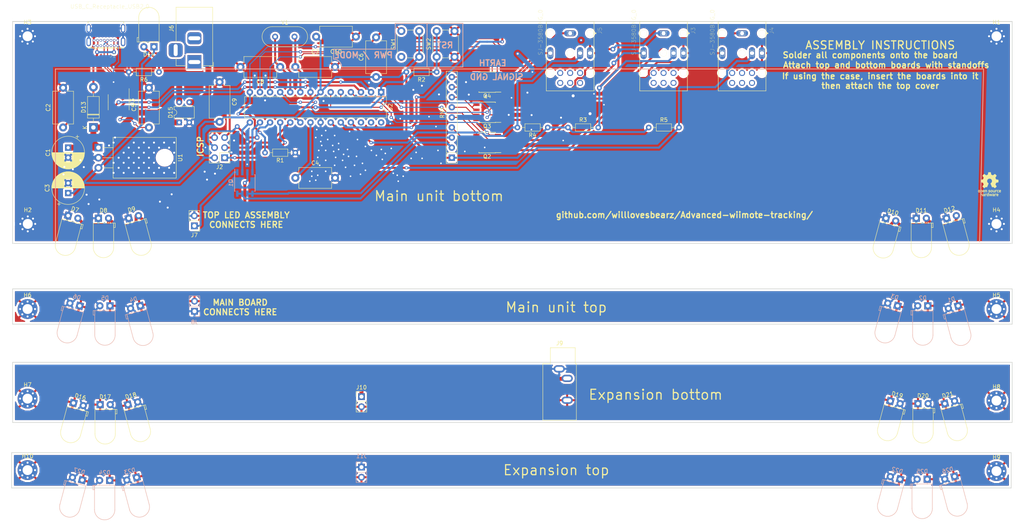
<source format=kicad_pcb>
(kicad_pcb (version 20171130) (host pcbnew 5.0.2-bee76a0~70~ubuntu18.10.1)
  (layers (0 F.Cu signal) (31 B.Cu signal) (34 B.Paste user) (35 F.Paste user) (36 B.SilkS user) (37 F.SilkS user) (38 B.Mask user) (39 F.Mask user) (44 Edge.Cuts user))
  (net 0 "")
  (net 1 +5V)
  (net 2 GND)
  (net 3 "Net-(R1-Pad2)")
  (net 4 "Net-(D14-Pad2)")
  (net 5 "Net-(C1-Pad1)")
  (net 6 "Net-(Q1-Pad5)")
  (net 7 "Net-(Q1-Pad2)")
  (net 8 BOTTOM_LEDS)
  (net 9 "Net-(Q2-Pad2)")
  (net 10 "Net-(Q2-Pad5)")
  (net 11 "Net-(Q3-Pad5)")
  (net 12 "Net-(Q3-Pad2)")
  (net 13 "Net-(Q4-Pad2)")
  (net 14 "Net-(Q4-Pad5)")
  (net 15 "Net-(J1-PadA6)")
  (net 16 "Net-(J1-PadA7)")
  (net 17 "Net-(U2-Pad2)")
  (net 18 "Net-(U2-Pad3)")
  (net 19 "Net-(C5-Pad1)")
  (net 20 "Net-(J2-Pad5)")
  (net 21 "Net-(J2-Pad4)")
  (net 22 "Net-(J2-Pad1)")
  (net 23 "Net-(J2-Pad3)")
  (net 24 "Net-(C4-Pad1)")
  (net 25 "Net-(C7-Pad1)")
  (net 26 "Net-(C8-Pad1)")
  (net 27 "Net-(U2-Pad26)")
  (net 28 "Net-(U2-Pad27)")
  (net 29 "Net-(U2-Pad28)")
  (net 30 Earth)
  (net 31 "Net-(D15-Pad4)")
  (net 32 "Net-(D15-Pad3)")
  (net 33 VBUS)
  (net 34 "Net-(J1-PadA5)")
  (net 35 "Net-(J1-PadA8)")
  (net 36 "Net-(J1-PadB5)")
  (net 37 "Net-(J1-PadB8)")
  (net 38 "Net-(Q1-Pad7)")
  (net 39 "Net-(Q2-Pad7)")
  (net 40 "Net-(Q3-Pad7)")
  (net 41 "Net-(Q4-Pad7)")
  (net 42 "Net-(Q4-Pad4)")
  (net 43 "Net-(Q3-Pad4)")
  (net 44 "Net-(Q2-Pad4)")
  (net 45 "Net-(Q1-Pad4)")
  (net 46 "Net-(U3-Pad4)")
  (net 47 "Net-(J7-Pad1)")
  (net 48 "Net-(D1-Pad1)")
  (net 49 "Net-(D1-Pad2)")
  (net 50 "Net-(J4-Pad11)")
  (net 51 "Net-(J5-Pad11)")
  (net 52 "Net-(J3-Pad11)")
  (net 53 "Net-(J5-Pad2)")
  (net 54 "Net-(J5-Pad1)")
  (net 55 "Net-(J3-Pad1)")
  (net 56 "Net-(J3-Pad2)")
  (net 57 "Net-(J4-Pad2)")
  (net 58 "Net-(J4-Pad1)")
  (net 59 "Net-(D22-Pad1)")
  (net 60 "Net-(D16-Pad1)")
  (net 61 "Net-(D16-Pad2)")
  (net 62 "Net-(D22-Pad2)")
  (net 63 "Net-(J10-Pad1)")
  (module Connector_USB:USB4085-GF-A_REVA (layer F.Cu) (at 38.7 21.1 180)
    (fp_text reference J1 (at -1.73252 -6.51541 180) (layer F.SilkS) (effects (font (size 1.00015 1.00015) (thickness 0.05))))
    (fp_text value USB_C_Receptacle_USB2.0 (at -0.99164 5.83792 180) (layer F.SilkS) (effects (font (size 1.00154 1.00154) (thickness 0.05))))
    (fp_line (start -4.625 0.735) (end -4.625 -0.065) (layer Edge.Cuts) (width 0.001))
    (fp_arc (start -4.325 0.735) (end -4.625 0.735) (angle -90) (layer Edge.Cuts) (width 0.001))
    (fp_arc (start -4.325 0.735) (end -4.325 1.035) (angle -90) (layer Edge.Cuts) (width 0.001))
    (fp_line (start -4.025 -0.065) (end -4.025 0.735) (layer Edge.Cuts) (width 0.001))
    (fp_arc (start -4.325 -0.065) (end -4.025 -0.065) (angle -90) (layer Edge.Cuts) (width 0.001))
    (fp_arc (start -4.325 -0.065) (end -4.325 -0.365) (angle -90) (layer Edge.Cuts) (width 0.001))
    (fp_line (start 4.025 0.735) (end 4.025 -0.065) (layer Edge.Cuts) (width 0.001))
    (fp_arc (start 4.325 0.735) (end 4.025 0.735) (angle -90) (layer Edge.Cuts) (width 0.001))
    (fp_arc (start 4.325 0.735) (end 4.325 1.035) (angle -90) (layer Edge.Cuts) (width 0.001))
    (fp_line (start 4.625 -0.065) (end 4.625 0.735) (layer Edge.Cuts) (width 0.001))
    (fp_arc (start 4.325 -0.065) (end 4.625 -0.065) (angle -90) (layer Edge.Cuts) (width 0.001))
    (fp_arc (start 4.325 -0.065) (end 4.325 -0.365) (angle -90) (layer Edge.Cuts) (width 0.001))
    (fp_line (start -4.625 -2.295) (end -4.625 -3.795) (layer Edge.Cuts) (width 0.001))
    (fp_arc (start -4.325 -2.295) (end -4.625 -2.295) (angle -90) (layer Edge.Cuts) (width 0.001))
    (fp_arc (start -4.325 -2.295) (end -4.325 -1.995) (angle -90) (layer Edge.Cuts) (width 0.001))
    (fp_line (start -4.025 -3.795) (end -4.025 -2.295) (layer Edge.Cuts) (width 0.001))
    (fp_arc (start -4.325 -3.795) (end -4.025 -3.795) (angle -90) (layer Edge.Cuts) (width 0.001))
    (fp_arc (start -4.325 -3.795) (end -4.325 -4.095) (angle -90) (layer Edge.Cuts) (width 0.001))
    (fp_line (start 4.025 -2.295) (end 4.025 -3.795) (layer Edge.Cuts) (width 0.001))
    (fp_arc (start 4.325 -2.295) (end 4.025 -2.295) (angle -90) (layer Edge.Cuts) (width 0.001))
    (fp_arc (start 4.325 -2.295) (end 4.325 -1.995) (angle -90) (layer Edge.Cuts) (width 0.001))
    (fp_line (start 4.625 -3.795) (end 4.625 -2.295) (layer Edge.Cuts) (width 0.001))
    (fp_arc (start 4.325 -3.795) (end 4.625 -3.795) (angle -90) (layer Edge.Cuts) (width 0.001))
    (fp_arc (start 4.325 -3.795) (end 4.325 -4.095) (angle -90) (layer Edge.Cuts) (width 0.001))
    (pad P4 thru_hole oval (at -4.325 0.335 270) (size 2.216 1.108) (drill oval 1.6 0.6) (layers *.Cu *.Mask) (net 30 Earth))
    (pad P3 thru_hole oval (at 4.325 0.335 270) (size 2.216 1.108) (drill oval 1.6 0.6) (layers *.Cu *.Mask) (net 30 Earth))
    (pad P2 thru_hole oval (at 4.325 -3.045 270) (size 2.216 1.108) (drill oval 1.6 0.6) (layers *.Cu *.Mask) (net 30 Earth) (clearance 0.1))
    (pad P1 thru_hole oval (at -4.325 -3.045 270) (size 2.216 1.108) (drill oval 1.6 0.6) (layers *.Cu *.Mask) (net 30 Earth))
    (pad B12 thru_hole circle (at -2.975 -2.675) (size 0.65 0.65) (drill 0.4) (layers *.Cu *.Mask) (net 2 GND))
    (pad B9 thru_hole circle (at -2.125 -2.675) (size 0.65 0.65) (drill 0.4) (layers *.Cu *.Mask) (net 33 VBUS))
    (pad B8 thru_hole circle (at -1.275 -2.675) (size 0.65 0.65) (drill 0.4) (layers *.Cu *.Mask) (net 37 "Net-(J1-PadB8)"))
    (pad B7 thru_hole circle (at -0.425 -2.675) (size 0.65 0.65) (drill 0.4) (layers *.Cu *.Mask) (net 16 "Net-(J1-PadA7)"))
    (pad B6 thru_hole circle (at 0.425 -2.675) (size 0.65 0.65) (drill 0.4) (layers *.Cu *.Mask) (net 15 "Net-(J1-PadA6)"))
    (pad B5 thru_hole circle (at 1.275 -2.675) (size 0.65 0.65) (drill 0.4) (layers *.Cu *.Mask) (net 36 "Net-(J1-PadB5)"))
    (pad B4 thru_hole circle (at 2.125 -2.675) (size 0.65 0.65) (drill 0.4) (layers *.Cu *.Mask) (net 33 VBUS))
    (pad B1 thru_hole circle (at 2.975 -2.675) (size 0.65 0.65) (drill 0.4) (layers *.Cu *.Mask) (net 2 GND))
    (pad A12 thru_hole circle (at 2.975 -4.025 180) (size 0.65 0.65) (drill 0.4) (layers *.Cu *.Mask) (net 2 GND))
    (pad A9 thru_hole circle (at 2.125 -4.025 180) (size 0.65 0.65) (drill 0.4) (layers *.Cu *.Mask) (net 33 VBUS))
    (pad A8 thru_hole circle (at 1.275 -4.025 180) (size 0.65 0.65) (drill 0.4) (layers *.Cu *.Mask) (net 35 "Net-(J1-PadA8)"))
    (pad A7 thru_hole circle (at 0.425 -4.025 180) (size 0.65 0.65) (drill 0.4) (layers *.Cu *.Mask) (net 16 "Net-(J1-PadA7)"))
    (pad A6 thru_hole circle (at -0.425 -4.025 180) (size 0.65 0.65) (drill 0.4) (layers *.Cu *.Mask) (net 15 "Net-(J1-PadA6)"))
    (pad A5 thru_hole circle (at -1.275 -4.025 180) (size 0.65 0.65) (drill 0.4) (layers *.Cu *.Mask) (net 34 "Net-(J1-PadA5)"))
    (pad A4 thru_hole circle (at -2.125 -4.025 180) (size 0.65 0.65) (drill 0.4) (layers *.Cu *.Mask) (net 33 VBUS))
    (pad A1 thru_hole circle (at -2.975 -4.025 180) (size 0.65 0.65) (drill 0.4) (layers *.Cu *.Mask) (net 2 GND))
  )
  (module Connector_Audio:SJ-3580BNG (layer F.Cu) (at 198.75 27 270)
    (fp_text reference J4 (at -5.67123 -7.44976 270) (layer F.SilkS) (effects (font (size 1.00198 1.00198) (thickness 0.05))))
    (fp_text value SJ-3580BNG_0 (at -5.22806 7.46936 270) (layer F.SilkS) (effects (font (size 1.00058 1.00058) (thickness 0.05))))
    (fp_line (start -0.75 4.5) (end 0.75 4.5) (layer Edge.Cuts) (width 0.1))
    (fp_line (start -0.75 5.5) (end -0.75 4.5) (layer Edge.Cuts) (width 0.1))
    (fp_line (start 0.75 5.5) (end -0.75 5.5) (layer Edge.Cuts) (width 0.1))
    (fp_line (start 0.75 4.5) (end 0.75 5.5) (layer Edge.Cuts) (width 0.1))
    (fp_line (start -5.5 0.75) (end -5.5 -0.75) (layer Edge.Cuts) (width 0.1))
    (fp_line (start -4.5 0.75) (end -5.5 0.75) (layer Edge.Cuts) (width 0.1))
    (fp_line (start -4.5 -0.75) (end -4.5 0.75) (layer Edge.Cuts) (width 0.1))
    (fp_line (start -5.5 -0.75) (end -4.5 -0.75) (layer Edge.Cuts) (width 0.1))
    (fp_line (start -0.75 -3) (end 0.75 -3) (layer Edge.Cuts) (width 0.1))
    (fp_line (start -0.75 -2) (end -0.75 -3) (layer Edge.Cuts) (width 0.1))
    (fp_line (start 0.75 -2) (end -0.75 -2) (layer Edge.Cuts) (width 0.1))
    (fp_line (start 0.75 -3) (end 0.75 -2) (layer Edge.Cuts) (width 0.1))
    (fp_line (start -0.75 -5.5) (end 0.75 -5.5) (layer Edge.Cuts) (width 0.1))
    (fp_line (start -0.75 -4.5) (end -0.75 -5.5) (layer Edge.Cuts) (width 0.1))
    (fp_line (start 0.75 -4.5) (end -0.75 -4.5) (layer Edge.Cuts) (width 0.1))
    (fp_line (start 0.75 -5.5) (end 0.75 -4.5) (layer Edge.Cuts) (width 0.1))
    (pad 9 thru_hole circle (at 7.5 2.5 270) (size 1.508 1.508) (drill 1) (layers *.Cu *.Mask))
    (pad 8 thru_hole circle (at 7.5 0 270) (size 1.508 1.508) (drill 1) (layers *.Cu *.Mask))
    (pad 7 thru_hole circle (at 7.5 -2.5 270) (size 1.508 1.508) (drill 1) (layers *.Cu *.Mask))
    (pad Hole np_thru_hole circle (at -5 5 270) (size 1.6 1.6) (drill 1.6) (layers *.Cu *.Mask F.SilkS))
    (pad Hole np_thru_hole circle (at -5 -5 270) (size 1.6 1.6) (drill 1.6) (layers *.Cu *.Mask F.SilkS))
    (pad Hole np_thru_hole circle (at 0 0 270) (size 1.6 1.6) (drill 1.6) (layers *.Cu *.Mask F.SilkS))
    (pad Hole np_thru_hole circle (at 5 5 270) (size 1.6 1.6) (drill 1.6) (layers *.Cu *.Mask F.SilkS))
    (pad Hole np_thru_hole circle (at 5 -5 270) (size 1.6 1.6) (drill 1.6) (layers *.Cu *.Mask F.SilkS))
    (pad 1 thru_hole oval (at -5 0) (size 3.016 1.508) (drill 1) (layers *.Cu *.Mask) (net 58 "Net-(J4-Pad1)"))
    (pad 4 thru_hole circle (at 5 -2.5 270) (size 1.508 1.508) (drill 1) (layers *.Cu *.Mask))
    (pad 5 thru_hole circle (at 5 0 270) (size 1.508 1.508) (drill 1) (layers *.Cu *.Mask))
    (pad 6 thru_hole circle (at 5 2.5 270) (size 1.508 1.508) (drill 1) (layers *.Cu *.Mask))
    (pad 2 thru_hole oval (at 0 5 270) (size 3.016 1.508) (drill 1) (layers *.Cu *.Mask) (net 57 "Net-(J4-Pad2)"))
    (pad 3 thru_hole oval (at 0 -5 270) (size 3.016 1.508) (drill 1) (layers *.Cu *.Mask) (net 2 GND))
    (pad 11 thru_hole oval (at 0 -2.5 270) (size 3.016 1.508) (drill 1) (layers *.Cu *.Mask) (net 50 "Net-(J4-Pad11)"))
  )
  (module Connector_Audio:SJ-3580BNG (layer F.Cu) (at 155.5 27 270)
    (fp_text reference J5 (at -5.67123 -7.44976 270) (layer F.SilkS) (effects (font (size 1.00198 1.00198) (thickness 0.05))))
    (fp_text value SJ-3580BNG_0 (at -5.22806 7.46936 270) (layer F.SilkS) (effects (font (size 1.00058 1.00058) (thickness 0.05))))
    (fp_line (start -0.75 4.5) (end 0.75 4.5) (layer Edge.Cuts) (width 0.1))
    (fp_line (start -0.75 5.5) (end -0.75 4.5) (layer Edge.Cuts) (width 0.1))
    (fp_line (start 0.75 5.5) (end -0.75 5.5) (layer Edge.Cuts) (width 0.1))
    (fp_line (start 0.75 4.5) (end 0.75 5.5) (layer Edge.Cuts) (width 0.1))
    (fp_line (start -5.5 0.75) (end -5.5 -0.75) (layer Edge.Cuts) (width 0.1))
    (fp_line (start -4.5 0.75) (end -5.5 0.75) (layer Edge.Cuts) (width 0.1))
    (fp_line (start -4.5 -0.75) (end -4.5 0.75) (layer Edge.Cuts) (width 0.1))
    (fp_line (start -5.5 -0.75) (end -4.5 -0.75) (layer Edge.Cuts) (width 0.1))
    (fp_line (start -0.75 -3) (end 0.75 -3) (layer Edge.Cuts) (width 0.1))
    (fp_line (start -0.75 -2) (end -0.75 -3) (layer Edge.Cuts) (width 0.1))
    (fp_line (start 0.75 -2) (end -0.75 -2) (layer Edge.Cuts) (width 0.1))
    (fp_line (start 0.75 -3) (end 0.75 -2) (layer Edge.Cuts) (width 0.1))
    (fp_line (start -0.75 -5.5) (end 0.75 -5.5) (layer Edge.Cuts) (width 0.1))
    (fp_line (start -0.75 -4.5) (end -0.75 -5.5) (layer Edge.Cuts) (width 0.1))
    (fp_line (start 0.75 -4.5) (end -0.75 -4.5) (layer Edge.Cuts) (width 0.1))
    (fp_line (start 0.75 -5.5) (end 0.75 -4.5) (layer Edge.Cuts) (width 0.1))
    (pad 9 thru_hole circle (at 7.5 2.5 270) (size 1.508 1.508) (drill 1) (layers *.Cu *.Mask))
    (pad 8 thru_hole circle (at 7.5 0 270) (size 1.508 1.508) (drill 1) (layers *.Cu *.Mask))
    (pad 7 thru_hole circle (at 7.5 -2.5 270) (size 1.508 1.508) (drill 1) (layers *.Cu *.Mask))
    (pad Hole np_thru_hole circle (at -5 5 270) (size 1.6 1.6) (drill 1.6) (layers *.Cu *.Mask F.SilkS))
    (pad Hole np_thru_hole circle (at -5 -5 270) (size 1.6 1.6) (drill 1.6) (layers *.Cu *.Mask F.SilkS))
    (pad Hole np_thru_hole circle (at 0 0 270) (size 1.6 1.6) (drill 1.6) (layers *.Cu *.Mask F.SilkS))
    (pad Hole np_thru_hole circle (at 5 5 270) (size 1.6 1.6) (drill 1.6) (layers *.Cu *.Mask F.SilkS))
    (pad Hole np_thru_hole circle (at 5 -5 270) (size 1.6 1.6) (drill 1.6) (layers *.Cu *.Mask F.SilkS))
    (pad 1 thru_hole oval (at -5 0) (size 3.016 1.508) (drill 1) (layers *.Cu *.Mask) (net 54 "Net-(J5-Pad1)"))
    (pad 4 thru_hole circle (at 5 -2.5 270) (size 1.508 1.508) (drill 1) (layers *.Cu *.Mask))
    (pad 5 thru_hole circle (at 5 0 270) (size 1.508 1.508) (drill 1) (layers *.Cu *.Mask))
    (pad 6 thru_hole circle (at 5 2.5 270) (size 1.508 1.508) (drill 1) (layers *.Cu *.Mask))
    (pad 2 thru_hole oval (at 0 5 270) (size 3.016 1.508) (drill 1) (layers *.Cu *.Mask) (net 53 "Net-(J5-Pad2)"))
    (pad 3 thru_hole oval (at 0 -5 270) (size 3.016 1.508) (drill 1) (layers *.Cu *.Mask) (net 2 GND))
    (pad 11 thru_hole oval (at 0 -2.5 270) (size 3.016 1.508) (drill 1) (layers *.Cu *.Mask) (net 51 "Net-(J5-Pad11)"))
  )
  (module Connector_Audio:SJ-3580BNG (layer F.Cu) (at 179 27 270)
    (fp_text reference J3 (at -5.67123 -7.44976 270) (layer F.SilkS) (effects (font (size 1.00198 1.00198) (thickness 0.05))))
    (fp_text value SJ-3580BNG_0 (at -5.22806 7.46936 270) (layer F.SilkS) (effects (font (size 1.00058 1.00058) (thickness 0.05))))
    (fp_line (start -0.75 4.5) (end 0.75 4.5) (layer Edge.Cuts) (width 0.1))
    (fp_line (start -0.75 5.5) (end -0.75 4.5) (layer Edge.Cuts) (width 0.1))
    (fp_line (start 0.75 5.5) (end -0.75 5.5) (layer Edge.Cuts) (width 0.1))
    (fp_line (start 0.75 4.5) (end 0.75 5.5) (layer Edge.Cuts) (width 0.1))
    (fp_line (start -5.5 0.75) (end -5.5 -0.75) (layer Edge.Cuts) (width 0.1))
    (fp_line (start -4.5 0.75) (end -5.5 0.75) (layer Edge.Cuts) (width 0.1))
    (fp_line (start -4.5 -0.75) (end -4.5 0.75) (layer Edge.Cuts) (width 0.1))
    (fp_line (start -5.5 -0.75) (end -4.5 -0.75) (layer Edge.Cuts) (width 0.1))
    (fp_line (start -0.75 -3) (end 0.75 -3) (layer Edge.Cuts) (width 0.1))
    (fp_line (start -0.75 -2) (end -0.75 -3) (layer Edge.Cuts) (width 0.1))
    (fp_line (start 0.75 -2) (end -0.75 -2) (layer Edge.Cuts) (width 0.1))
    (fp_line (start 0.75 -3) (end 0.75 -2) (layer Edge.Cuts) (width 0.1))
    (fp_line (start -0.75 -5.5) (end 0.75 -5.5) (layer Edge.Cuts) (width 0.1))
    (fp_line (start -0.75 -4.5) (end -0.75 -5.5) (layer Edge.Cuts) (width 0.1))
    (fp_line (start 0.75 -4.5) (end -0.75 -4.5) (layer Edge.Cuts) (width 0.1))
    (fp_line (start 0.75 -5.5) (end 0.75 -4.5) (layer Edge.Cuts) (width 0.1))
    (pad 9 thru_hole circle (at 7.5 2.5 270) (size 1.508 1.508) (drill 1) (layers *.Cu *.Mask))
    (pad 8 thru_hole circle (at 7.5 0 270) (size 1.508 1.508) (drill 1) (layers *.Cu *.Mask))
    (pad 7 thru_hole circle (at 7.5 -2.5 270) (size 1.508 1.508) (drill 1) (layers *.Cu *.Mask))
    (pad Hole np_thru_hole circle (at -5 5 270) (size 1.6 1.6) (drill 1.6) (layers *.Cu *.Mask F.SilkS))
    (pad Hole np_thru_hole circle (at -5 -5 270) (size 1.6 1.6) (drill 1.6) (layers *.Cu *.Mask F.SilkS))
    (pad Hole np_thru_hole circle (at 0 0 270) (size 1.6 1.6) (drill 1.6) (layers *.Cu *.Mask F.SilkS))
    (pad Hole np_thru_hole circle (at 5 5 270) (size 1.6 1.6) (drill 1.6) (layers *.Cu *.Mask F.SilkS))
    (pad Hole np_thru_hole circle (at 5 -5 270) (size 1.6 1.6) (drill 1.6) (layers *.Cu *.Mask F.SilkS))
    (pad 1 thru_hole oval (at -5 0) (size 3.016 1.508) (drill 1) (layers *.Cu *.Mask) (net 55 "Net-(J3-Pad1)"))
    (pad 4 thru_hole circle (at 5 -2.5 270) (size 1.508 1.508) (drill 1) (layers *.Cu *.Mask))
    (pad 5 thru_hole circle (at 5 0 270) (size 1.508 1.508) (drill 1) (layers *.Cu *.Mask))
    (pad 6 thru_hole circle (at 5 2.5 270) (size 1.508 1.508) (drill 1) (layers *.Cu *.Mask))
    (pad 2 thru_hole oval (at 0 5 270) (size 3.016 1.508) (drill 1) (layers *.Cu *.Mask) (net 56 "Net-(J3-Pad2)"))
    (pad 3 thru_hole oval (at 0 -5 270) (size 3.016 1.508) (drill 1) (layers *.Cu *.Mask) (net 2 GND))
    (pad 11 thru_hole oval (at 0 -2.5 270) (size 3.016 1.508) (drill 1) (layers *.Cu *.Mask) (net 52 "Net-(J3-Pad11)"))
  )
  (module Symbol:OSHW-Logo_5.7x6mm_SilkScreen (layer F.Cu) (at 261 60)
    (fp_text reference LOGO1 hide)
    (fp_text value Logo_Open_Hardware_Large hide)
  )
  (module Connector_Audio:Jack_3.5mm_CUI_SJ1-3533NG_Horizontal (layer F.Cu) (at 152.75 106.5)
    (fp_text reference J9 (at 0.1 -6.45) (layer F.SilkS))
    (fp_text value AudioJack3)
    (pad S thru_hole oval (at 0 0) (size 2.8 1.8) (drill oval 2 1) (layers *.Cu *.Mask) (net 61 "Net-(D16-Pad2)"))
    (pad T thru_hole oval (at 2 2.4) (size 2.8 1.8) (drill oval 2 1) (layers *.Cu *.Mask) (net 63 "Net-(J10-Pad1)"))
    (pad R thru_hole oval (at 2 7.9) (size 2.8 1.8) (drill oval 2 1) (layers *.Cu *.Mask) (net 60 "Net-(D16-Pad1)"))
  )
  (module Connector_PinHeader_2.54mm:PinHeader_1x02_P2.54mm_Vertical (layer F.Cu) (at 103 113.5)
    (fp_text reference J10 (at 0 -2.33) (layer F.SilkS))
    (fp_text value "TOP LED CONNECTION")
    (pad 1 thru_hole rect (at 0 0) (size 1.7 1.7) (drill 1) (layers *.Cu *.Mask) (net 63 "Net-(J10-Pad1)"))
    (pad 2 thru_hole oval (at 0 2.54) (size 1.7 1.7) (drill 1) (layers *.Cu *.Mask) (net 60 "Net-(D16-Pad1)"))
  )
  (module Connector_PinSocket_2.54mm:PinSocket_1x02_P2.54mm_Vertical (layer B.Cu) (at 103 131.25 180)
    (fp_text reference J11 (at 0 2.77 180) (layer B.SilkS) (effects (justify mirror)))
    (fp_text value Conn_01x02_Female)
    (pad 1 thru_hole rect (at 0 0 180) (size 1.7 1.7) (drill 1) (layers *.Cu *.Mask) (net 62 "Net-(D22-Pad2)"))
    (pad 2 thru_hole oval (at 0 -2.54 180) (size 1.7 1.7) (drill 1) (layers *.Cu *.Mask) (net 59 "Net-(D22-Pad1)"))
  )
  (module LED_THT:LED_D5.0mm_Horizontal_O1.27mm_Z3.0mm_Clear (layer B.Cu) (at 238.5 134.287469 165)
    (fp_text reference D22 (at 1.27 1.96 165) (layer B.SilkS) (effects (justify mirror)))
    (fp_text value LED_Small)
    (pad 2 thru_hole circle (at 2.54 0 165) (size 1.8 1.8) (drill 0.9) (layers *.Cu *.Mask) (net 62 "Net-(D22-Pad2)"))
    (pad 1 thru_hole rect (at 0 0 165) (size 1.8 1.8) (drill 0.9) (layers *.Cu *.Mask) (net 59 "Net-(D22-Pad1)"))
  )
  (module LED_THT:LED_D5.0mm_Horizontal_O1.27mm_Z3.0mm_Clear (layer B.Cu) (at 39.669162 134.59101 180)
    (fp_text reference D24 (at 1.27 1.96 180) (layer B.SilkS) (effects (justify mirror)))
    (fp_text value LED_Small)
    (pad 1 thru_hole rect (at 0 0 180) (size 1.8 1.8) (drill 0.9) (layers *.Cu *.Mask) (net 59 "Net-(D22-Pad1)"))
    (pad 2 thru_hole circle (at 2.54 0 180) (size 1.8 1.8) (drill 0.9) (layers *.Cu *.Mask) (net 62 "Net-(D22-Pad2)"))
  )
  (module LED_THT:LED_D5.0mm_Horizontal_O1.27mm_Z3.0mm_Clear (layer B.Cu) (at 245.327184 134.287469 180)
    (fp_text reference D25 (at 1.27 1.96 180) (layer B.SilkS) (effects (justify mirror)))
    (fp_text value LED_Small)
    (pad 2 thru_hole circle (at 2.54 0 180) (size 1.8 1.8) (drill 0.9) (layers *.Cu *.Mask) (net 62 "Net-(D22-Pad2)"))
    (pad 1 thru_hole rect (at 0 0 180) (size 1.8 1.8) (drill 0.9) (layers *.Cu *.Mask) (net 59 "Net-(D22-Pad1)"))
  )
  (module LED_THT:LED_D5.0mm_Horizontal_O1.27mm_Z3.0mm_Clear (layer B.Cu) (at 252.203452 133.5926 195)
    (fp_text reference D26 (at 1.27 1.96 195) (layer B.SilkS) (effects (justify mirror)))
    (fp_text value LED_Small)
    (pad 1 thru_hole rect (at 0 0 195) (size 1.8 1.8) (drill 0.9) (layers *.Cu *.Mask) (net 59 "Net-(D22-Pad1)"))
    (pad 2 thru_hole circle (at 2.54 0 195) (size 1.8 1.8) (drill 0.9) (layers *.Cu *.Mask) (net 62 "Net-(D22-Pad2)"))
  )
  (module LED_THT:LED_D5.0mm_Horizontal_O1.27mm_Z3.0mm_Clear (layer B.Cu) (at 32.75 134.5 165)
    (fp_text reference D27 (at 1.27 1.96 165) (layer B.SilkS) (effects (justify mirror)))
    (fp_text value LED_Small)
    (pad 2 thru_hole circle (at 2.54 0 165) (size 1.8 1.8) (drill 0.9) (layers *.Cu *.Mask) (net 62 "Net-(D22-Pad2)"))
    (pad 1 thru_hole rect (at 0 0 165) (size 1.8 1.8) (drill 0.9) (layers *.Cu *.Mask) (net 59 "Net-(D22-Pad1)"))
  )
  (module LED_THT:LED_D5.0mm_Horizontal_O1.27mm_Z3.0mm_Clear (layer F.Cu) (at 249.75 115.25 15)
    (fp_text reference D21 (at 1.27 -1.96 15) (layer F.SilkS))
    (fp_text value LED_Small)
    (pad 1 thru_hole rect (at 0 0 15) (size 1.8 1.8) (drill 0.9) (layers *.Cu *.Mask) (net 60 "Net-(D16-Pad1)"))
    (pad 2 thru_hole circle (at 2.54 0 15) (size 1.8 1.8) (drill 0.9) (layers *.Cu *.Mask) (net 61 "Net-(D16-Pad2)"))
  )
  (module LED_THT:LED_D5.0mm_Horizontal_O1.27mm_Z3.0mm_Clear (layer F.Cu) (at 243 115.25)
    (fp_text reference D20 (at 1.27 -1.96) (layer F.SilkS))
    (fp_text value LED_Small)
    (pad 2 thru_hole circle (at 2.54 0) (size 1.8 1.8) (drill 0.9) (layers *.Cu *.Mask) (net 61 "Net-(D16-Pad2)"))
    (pad 1 thru_hole rect (at 0 0) (size 1.8 1.8) (drill 0.9) (layers *.Cu *.Mask) (net 60 "Net-(D16-Pad1)"))
  )
  (module LED_THT:LED_D5.0mm_Horizontal_O1.27mm_Z3.0mm_Clear (layer F.Cu) (at 236.046548 114.5926 345)
    (fp_text reference D19 (at 1.27 -1.96 345) (layer F.SilkS))
    (fp_text value LED_Small)
    (pad 1 thru_hole rect (at 0 0 345) (size 1.8 1.8) (drill 0.9) (layers *.Cu *.Mask) (net 60 "Net-(D16-Pad1)"))
    (pad 2 thru_hole circle (at 2.54 0 345) (size 1.8 1.8) (drill 0.9) (layers *.Cu *.Mask) (net 61 "Net-(D16-Pad2)"))
  )
  (module LED_THT:LED_D5.0mm_Horizontal_O1.27mm_Z3.0mm_Clear (layer F.Cu) (at 37.25 115.5)
    (fp_text reference D17 (at 1.27 -1.96) (layer F.SilkS))
    (fp_text value LED_Small)
    (pad 2 thru_hole circle (at 2.54 0) (size 1.8 1.8) (drill 0.9) (layers *.Cu *.Mask) (net 61 "Net-(D16-Pad2)"))
    (pad 1 thru_hole rect (at 0 0) (size 1.8 1.8) (drill 0.9) (layers *.Cu *.Mask) (net 60 "Net-(D16-Pad1)"))
  )
  (module LED_THT:LED_D5.0mm_Horizontal_O1.27mm_Z3.0mm_Clear (layer F.Cu) (at 30.546548 115.0926 345)
    (fp_text reference D16 (at 1.27 -1.96 345) (layer F.SilkS))
    (fp_text value LED_Small)
    (pad 1 thru_hole rect (at 0 0 345) (size 1.8 1.8) (drill 0.9) (layers *.Cu *.Mask) (net 60 "Net-(D16-Pad1)"))
    (pad 2 thru_hole circle (at 2.54 0 345) (size 1.8 1.8) (drill 0.9) (layers *.Cu *.Mask) (net 61 "Net-(D16-Pad2)"))
  )
  (module LED_THT:LED_D5.0mm_Horizontal_O1.27mm_Z3.0mm_Clear (layer B.Cu) (at 46.444161 133.8426 195)
    (fp_text reference D23 (at 1.27 1.96 195) (layer B.SilkS) (effects (justify mirror)))
    (fp_text value LED_Small)
    (pad 2 thru_hole circle (at 2.54 0 195) (size 1.8 1.8) (drill 0.9) (layers *.Cu *.Mask) (net 62 "Net-(D22-Pad2)"))
    (pad 1 thru_hole rect (at 0 0 195) (size 1.8 1.8) (drill 0.9) (layers *.Cu *.Mask) (net 59 "Net-(D22-Pad1)"))
  )
  (module LED_THT:LED_D5.0mm_Horizontal_O1.27mm_Z3.0mm_Clear (layer F.Cu) (at 44.25 115.5 15)
    (fp_text reference D18 (at 1.27 -1.96 15) (layer F.SilkS))
    (fp_text value LED_Small)
    (pad 1 thru_hole rect (at 0 0 15) (size 1.8 1.8) (drill 0.9) (layers *.Cu *.Mask) (net 60 "Net-(D16-Pad1)"))
    (pad 2 thru_hole circle (at 2.54 0 15) (size 1.8 1.8) (drill 0.9) (layers *.Cu *.Mask) (net 61 "Net-(D16-Pad2)"))
  )
  (module MountingHole:MountingHole_2.5mm_Pad_Via (layer F.Cu) (at 19 114)
    (fp_text reference H7 (at 0 -3.5) (layer F.SilkS))
    (fp_text value MountingHole_Pad)
    (pad 1 thru_hole circle (at 1.325825 -1.325825) (size 0.8 0.8) (drill 0.5) (layers *.Cu *.Mask) (net 60 "Net-(D16-Pad1)"))
    (pad 1 thru_hole circle (at 0 -1.875) (size 0.8 0.8) (drill 0.5) (layers *.Cu *.Mask) (net 60 "Net-(D16-Pad1)"))
    (pad 1 thru_hole circle (at -1.325825 -1.325825) (size 0.8 0.8) (drill 0.5) (layers *.Cu *.Mask) (net 60 "Net-(D16-Pad1)"))
    (pad 1 thru_hole circle (at -1.875 0) (size 0.8 0.8) (drill 0.5) (layers *.Cu *.Mask) (net 60 "Net-(D16-Pad1)"))
    (pad 1 thru_hole circle (at -1.325825 1.325825) (size 0.8 0.8) (drill 0.5) (layers *.Cu *.Mask) (net 60 "Net-(D16-Pad1)"))
    (pad 1 thru_hole circle (at 0 1.875) (size 0.8 0.8) (drill 0.5) (layers *.Cu *.Mask) (net 60 "Net-(D16-Pad1)"))
    (pad 1 thru_hole circle (at 1.325825 1.325825) (size 0.8 0.8) (drill 0.5) (layers *.Cu *.Mask) (net 60 "Net-(D16-Pad1)"))
    (pad 1 thru_hole circle (at 1.875 0) (size 0.8 0.8) (drill 0.5) (layers *.Cu *.Mask) (net 60 "Net-(D16-Pad1)"))
    (pad 1 thru_hole circle (at 0 0) (size 5 5) (drill 2.5) (layers *.Cu *.Mask) (net 60 "Net-(D16-Pad1)"))
  )
  (module MountingHole:MountingHole_2.5mm_Pad_Via (layer F.Cu) (at 262.75 114.5)
    (fp_text reference H8 (at 0 -3.5) (layer F.SilkS))
    (fp_text value MountingHole_Pad)
    (pad 1 thru_hole circle (at 0 0) (size 5 5) (drill 2.5) (layers *.Cu *.Mask) (net 60 "Net-(D16-Pad1)"))
    (pad 1 thru_hole circle (at 1.875 0) (size 0.8 0.8) (drill 0.5) (layers *.Cu *.Mask) (net 60 "Net-(D16-Pad1)"))
    (pad 1 thru_hole circle (at 1.325825 1.325825) (size 0.8 0.8) (drill 0.5) (layers *.Cu *.Mask) (net 60 "Net-(D16-Pad1)"))
    (pad 1 thru_hole circle (at 0 1.875) (size 0.8 0.8) (drill 0.5) (layers *.Cu *.Mask) (net 60 "Net-(D16-Pad1)"))
    (pad 1 thru_hole circle (at -1.325825 1.325825) (size 0.8 0.8) (drill 0.5) (layers *.Cu *.Mask) (net 60 "Net-(D16-Pad1)"))
    (pad 1 thru_hole circle (at -1.875 0) (size 0.8 0.8) (drill 0.5) (layers *.Cu *.Mask) (net 60 "Net-(D16-Pad1)"))
    (pad 1 thru_hole circle (at -1.325825 -1.325825) (size 0.8 0.8) (drill 0.5) (layers *.Cu *.Mask) (net 60 "Net-(D16-Pad1)"))
    (pad 1 thru_hole circle (at 0 -1.875) (size 0.8 0.8) (drill 0.5) (layers *.Cu *.Mask) (net 60 "Net-(D16-Pad1)"))
    (pad 1 thru_hole circle (at 1.325825 -1.325825) (size 0.8 0.8) (drill 0.5) (layers *.Cu *.Mask) (net 60 "Net-(D16-Pad1)"))
  )
  (module MountingHole:MountingHole_2.5mm_Pad_Via (layer F.Cu) (at 262.75 132.25)
    (fp_text reference H9 (at 0 -3.5) (layer F.SilkS))
    (fp_text value MountingHole_Pad)
    (pad 1 thru_hole circle (at 1.325825 -1.325825) (size 0.8 0.8) (drill 0.5) (layers *.Cu *.Mask) (net 59 "Net-(D22-Pad1)"))
    (pad 1 thru_hole circle (at 0 -1.875) (size 0.8 0.8) (drill 0.5) (layers *.Cu *.Mask) (net 59 "Net-(D22-Pad1)"))
    (pad 1 thru_hole circle (at -1.325825 -1.325825) (size 0.8 0.8) (drill 0.5) (layers *.Cu *.Mask) (net 59 "Net-(D22-Pad1)"))
    (pad 1 thru_hole circle (at -1.875 0) (size 0.8 0.8) (drill 0.5) (layers *.Cu *.Mask) (net 59 "Net-(D22-Pad1)"))
    (pad 1 thru_hole circle (at -1.325825 1.325825) (size 0.8 0.8) (drill 0.5) (layers *.Cu *.Mask) (net 59 "Net-(D22-Pad1)"))
    (pad 1 thru_hole circle (at 0 1.875) (size 0.8 0.8) (drill 0.5) (layers *.Cu *.Mask) (net 59 "Net-(D22-Pad1)"))
    (pad 1 thru_hole circle (at 1.325825 1.325825) (size 0.8 0.8) (drill 0.5) (layers *.Cu *.Mask) (net 59 "Net-(D22-Pad1)"))
    (pad 1 thru_hole circle (at 1.875 0) (size 0.8 0.8) (drill 0.5) (layers *.Cu *.Mask) (net 59 "Net-(D22-Pad1)"))
    (pad 1 thru_hole circle (at 0 0) (size 5 5) (drill 2.5) (layers *.Cu *.Mask) (net 59 "Net-(D22-Pad1)"))
  )
  (module MountingHole:MountingHole_2.5mm_Pad_Via (layer F.Cu) (at 19 132)
    (fp_text reference H10 (at 0 -3.5) (layer F.SilkS))
    (fp_text value MountingHole_Pad)
    (pad 1 thru_hole circle (at 0 0) (size 5 5) (drill 2.5) (layers *.Cu *.Mask) (net 59 "Net-(D22-Pad1)"))
    (pad 1 thru_hole circle (at 1.875 0) (size 0.8 0.8) (drill 0.5) (layers *.Cu *.Mask) (net 59 "Net-(D22-Pad1)"))
    (pad 1 thru_hole circle (at 1.325825 1.325825) (size 0.8 0.8) (drill 0.5) (layers *.Cu *.Mask) (net 59 "Net-(D22-Pad1)"))
    (pad 1 thru_hole circle (at 0 1.875) (size 0.8 0.8) (drill 0.5) (layers *.Cu *.Mask) (net 59 "Net-(D22-Pad1)"))
    (pad 1 thru_hole circle (at -1.325825 1.325825) (size 0.8 0.8) (drill 0.5) (layers *.Cu *.Mask) (net 59 "Net-(D22-Pad1)"))
    (pad 1 thru_hole circle (at -1.875 0) (size 0.8 0.8) (drill 0.5) (layers *.Cu *.Mask) (net 59 "Net-(D22-Pad1)"))
    (pad 1 thru_hole circle (at -1.325825 -1.325825) (size 0.8 0.8) (drill 0.5) (layers *.Cu *.Mask) (net 59 "Net-(D22-Pad1)"))
    (pad 1 thru_hole circle (at 0 -1.875) (size 0.8 0.8) (drill 0.5) (layers *.Cu *.Mask) (net 59 "Net-(D22-Pad1)"))
    (pad 1 thru_hole circle (at 1.325825 -1.325825) (size 0.8 0.8) (drill 0.5) (layers *.Cu *.Mask) (net 59 "Net-(D22-Pad1)"))
  )
  (module MountingHole:MountingHole_2.5mm_Pad_Via (layer F.Cu) (at 262.75 91.44)
    (fp_text reference H5 (at 0 -3.5) (layer F.SilkS))
    (fp_text value MountingHole_Pad)
    (pad 1 thru_hole circle (at 1.325825 -1.325825) (size 0.8 0.8) (drill 0.5) (layers *.Cu *.Mask) (net 48 "Net-(D1-Pad1)"))
    (pad 1 thru_hole circle (at 0 -1.875) (size 0.8 0.8) (drill 0.5) (layers *.Cu *.Mask) (net 48 "Net-(D1-Pad1)"))
    (pad 1 thru_hole circle (at -1.325825 -1.325825) (size 0.8 0.8) (drill 0.5) (layers *.Cu *.Mask) (net 48 "Net-(D1-Pad1)"))
    (pad 1 thru_hole circle (at -1.875 0) (size 0.8 0.8) (drill 0.5) (layers *.Cu *.Mask) (net 48 "Net-(D1-Pad1)"))
    (pad 1 thru_hole circle (at -1.325825 1.325825) (size 0.8 0.8) (drill 0.5) (layers *.Cu *.Mask) (net 48 "Net-(D1-Pad1)"))
    (pad 1 thru_hole circle (at 0 1.875) (size 0.8 0.8) (drill 0.5) (layers *.Cu *.Mask) (net 48 "Net-(D1-Pad1)"))
    (pad 1 thru_hole circle (at 1.325825 1.325825) (size 0.8 0.8) (drill 0.5) (layers *.Cu *.Mask) (net 48 "Net-(D1-Pad1)"))
    (pad 1 thru_hole circle (at 1.875 0) (size 0.8 0.8) (drill 0.5) (layers *.Cu *.Mask) (net 48 "Net-(D1-Pad1)"))
    (pad 1 thru_hole circle (at 0 0) (size 5 5) (drill 2.5) (layers *.Cu *.Mask) (net 48 "Net-(D1-Pad1)"))
  )
  (module MountingHole:MountingHole_2.5mm_Pad_Via (layer F.Cu) (at 19 91.44)
    (fp_text reference H6 (at 0 -3.5) (layer F.SilkS))
    (fp_text value MountingHole_Pad)
    (pad 1 thru_hole circle (at 0 0) (size 5 5) (drill 2.5) (layers *.Cu *.Mask) (net 48 "Net-(D1-Pad1)"))
    (pad 1 thru_hole circle (at 1.875 0) (size 0.8 0.8) (drill 0.5) (layers *.Cu *.Mask) (net 48 "Net-(D1-Pad1)"))
    (pad 1 thru_hole circle (at 1.325825 1.325825) (size 0.8 0.8) (drill 0.5) (layers *.Cu *.Mask) (net 48 "Net-(D1-Pad1)"))
    (pad 1 thru_hole circle (at 0 1.875) (size 0.8 0.8) (drill 0.5) (layers *.Cu *.Mask) (net 48 "Net-(D1-Pad1)"))
    (pad 1 thru_hole circle (at -1.325825 1.325825) (size 0.8 0.8) (drill 0.5) (layers *.Cu *.Mask) (net 48 "Net-(D1-Pad1)"))
    (pad 1 thru_hole circle (at -1.875 0) (size 0.8 0.8) (drill 0.5) (layers *.Cu *.Mask) (net 48 "Net-(D1-Pad1)"))
    (pad 1 thru_hole circle (at -1.325825 -1.325825) (size 0.8 0.8) (drill 0.5) (layers *.Cu *.Mask) (net 48 "Net-(D1-Pad1)"))
    (pad 1 thru_hole circle (at 0 -1.875) (size 0.8 0.8) (drill 0.5) (layers *.Cu *.Mask) (net 48 "Net-(D1-Pad1)"))
    (pad 1 thru_hole circle (at 1.325825 -1.325825) (size 0.8 0.8) (drill 0.5) (layers *.Cu *.Mask) (net 48 "Net-(D1-Pad1)"))
  )
  (module LED_THT:LED_D5.0mm_Horizontal_O1.27mm_Z3.0mm_Clear (layer B.Cu) (at 32.120242 90.627502 165)
    (fp_text reference D6 (at 1.27 1.96 165) (layer B.SilkS) (effects (justify mirror)))
    (fp_text value LED_Small)
    (pad 2 thru_hole circle (at 2.54 0 165) (size 1.8 1.8) (drill 0.9) (layers *.Cu *.Mask) (net 49 "Net-(D1-Pad2)"))
    (pad 1 thru_hole rect (at 0 0 165) (size 1.8 1.8) (drill 0.9) (layers *.Cu *.Mask) (net 48 "Net-(D1-Pad1)"))
  )
  (module LED_THT:LED_D5.0mm_Horizontal_O1.27mm_Z3.0mm_Clear (layer B.Cu) (at 237.860242 90.627502 165)
    (fp_text reference D3 (at 1.27 1.96 165) (layer B.SilkS) (effects (justify mirror)))
    (fp_text value LED_Small)
    (pad 2 thru_hole circle (at 2.54 0 165) (size 1.8 1.8) (drill 0.9) (layers *.Cu *.Mask) (net 49 "Net-(D1-Pad2)"))
    (pad 1 thru_hole rect (at 0 0 165) (size 1.8 1.8) (drill 0.9) (layers *.Cu *.Mask) (net 48 "Net-(D1-Pad1)"))
  )
  (module Package_SO:SOIC-8_3.9x4.9mm_P1.27mm (layer F.Cu) (at 134.62 49.53 180)
    (fp_text reference Q2 (at 0 -3.5 180) (layer F.SilkS))
    (fp_text value FDS6890A)
    (pad 1 smd rect (at -2.7 -1.905 180) (size 1.55 0.6) (layers F.Cu F.Paste F.Mask) (net 57 "Net-(J4-Pad2)"))
    (pad 2 smd rect (at -2.7 -0.635 180) (size 1.55 0.6) (layers F.Cu F.Paste F.Mask) (net 9 "Net-(Q2-Pad2)"))
    (pad 3 smd rect (at -2.7 0.635 180) (size 1.55 0.6) (layers F.Cu F.Paste F.Mask) (net 58 "Net-(J4-Pad1)"))
    (pad 4 smd rect (at -2.7 1.905 180) (size 1.55 0.6) (layers F.Cu F.Paste F.Mask) (net 44 "Net-(Q2-Pad4)"))
    (pad 5 smd rect (at 2.7 1.905 180) (size 1.55 0.6) (layers F.Cu F.Paste F.Mask) (net 10 "Net-(Q2-Pad5)"))
    (pad 6 smd rect (at 2.7 0.635 180) (size 1.55 0.6) (layers F.Cu F.Paste F.Mask) (net 10 "Net-(Q2-Pad5)"))
    (pad 7 smd rect (at 2.7 -0.635 180) (size 1.55 0.6) (layers F.Cu F.Paste F.Mask) (net 39 "Net-(Q2-Pad7)"))
    (pad 8 smd rect (at 2.7 -1.905 180) (size 1.55 0.6) (layers F.Cu F.Paste F.Mask) (net 39 "Net-(Q2-Pad7)"))
  )
  (module Package_SO:SOIC-8_3.9x4.9mm_P1.27mm (layer F.Cu) (at 134.62 34.29 180)
    (fp_text reference Q4 (at 0 -3.5 180) (layer F.SilkS))
    (fp_text value FDS6890A)
    (pad 1 smd rect (at -2.7 -1.905 180) (size 1.55 0.6) (layers F.Cu F.Paste F.Mask) (net 53 "Net-(J5-Pad2)"))
    (pad 2 smd rect (at -2.7 -0.635 180) (size 1.55 0.6) (layers F.Cu F.Paste F.Mask) (net 13 "Net-(Q4-Pad2)"))
    (pad 3 smd rect (at -2.7 0.635 180) (size 1.55 0.6) (layers F.Cu F.Paste F.Mask) (net 54 "Net-(J5-Pad1)"))
    (pad 4 smd rect (at -2.7 1.905 180) (size 1.55 0.6) (layers F.Cu F.Paste F.Mask) (net 42 "Net-(Q4-Pad4)"))
    (pad 5 smd rect (at 2.7 1.905 180) (size 1.55 0.6) (layers F.Cu F.Paste F.Mask) (net 14 "Net-(Q4-Pad5)"))
    (pad 6 smd rect (at 2.7 0.635 180) (size 1.55 0.6) (layers F.Cu F.Paste F.Mask) (net 14 "Net-(Q4-Pad5)"))
    (pad 7 smd rect (at 2.7 -0.635 180) (size 1.55 0.6) (layers F.Cu F.Paste F.Mask) (net 41 "Net-(Q4-Pad7)"))
    (pad 8 smd rect (at 2.7 -1.905 180) (size 1.55 0.6) (layers F.Cu F.Paste F.Mask) (net 41 "Net-(Q4-Pad7)"))
  )
  (module Connector_PinHeader_2.54mm:PinHeader_1x02_P2.54mm_Vertical (layer F.Cu) (at 60.96 70.5 180)
    (fp_text reference J7 (at 0 -2.33 180) (layer F.SilkS))
    (fp_text value "TOP LED CONNECTION")
    (pad 1 thru_hole rect (at 0 0 180) (size 1.7 1.7) (drill 1) (layers *.Cu *.Mask) (net 47 "Net-(J7-Pad1)"))
    (pad 2 thru_hole oval (at 0 2.54 180) (size 1.7 1.7) (drill 1) (layers *.Cu *.Mask) (net 2 GND))
  )
  (module Connector_PinSocket_2.54mm:PinSocket_1x02_P2.54mm_Vertical (layer B.Cu) (at 61 92)
    (fp_text reference J8 (at 0 2.77) (layer B.SilkS) (effects (justify mirror)))
    (fp_text value Conn_01x02_Female)
    (pad 1 thru_hole rect (at 0 0) (size 1.7 1.7) (drill 1) (layers *.Cu *.Mask) (net 49 "Net-(D1-Pad2)"))
    (pad 2 thru_hole oval (at 0 -2.54) (size 1.7 1.7) (drill 1) (layers *.Cu *.Mask) (net 48 "Net-(D1-Pad1)"))
  )
  (module Package_SO:SOIC-8_3.9x4.9mm_P1.27mm (layer B.Cu) (at 73.66 59.69 270)
    (fp_text reference Q1 (at 0 3.5 270) (layer B.SilkS) (effects (justify mirror)))
    (fp_text value FDS6890A)
    (pad 8 smd rect (at 2.7 1.905 270) (size 1.55 0.6) (layers B.Cu B.Paste B.Mask) (net 38 "Net-(Q1-Pad7)"))
    (pad 7 smd rect (at 2.7 0.635 270) (size 1.55 0.6) (layers B.Cu B.Paste B.Mask) (net 38 "Net-(Q1-Pad7)"))
    (pad 6 smd rect (at 2.7 -0.635 270) (size 1.55 0.6) (layers B.Cu B.Paste B.Mask) (net 6 "Net-(Q1-Pad5)"))
    (pad 5 smd rect (at 2.7 -1.905 270) (size 1.55 0.6) (layers B.Cu B.Paste B.Mask) (net 6 "Net-(Q1-Pad5)"))
    (pad 4 smd rect (at -2.7 -1.905 270) (size 1.55 0.6) (layers B.Cu B.Paste B.Mask) (net 45 "Net-(Q1-Pad4)"))
    (pad 3 smd rect (at -2.7 -0.635 270) (size 1.55 0.6) (layers B.Cu B.Paste B.Mask) (net 8 BOTTOM_LEDS))
    (pad 2 smd rect (at -2.7 0.635 270) (size 1.55 0.6) (layers B.Cu B.Paste B.Mask) (net 7 "Net-(Q1-Pad2)"))
    (pad 1 smd rect (at -2.7 1.905 270) (size 1.55 0.6) (layers B.Cu B.Paste B.Mask) (net 47 "Net-(J7-Pad1)"))
  )
  (module Package_SO:SOIC-8_3.9x4.9mm_P1.27mm (layer F.Cu) (at 134.62 41.91 180)
    (fp_text reference Q3 (at 0 -3.5 180) (layer F.SilkS))
    (fp_text value FDS6890A)
    (pad 8 smd rect (at 2.7 -1.905 180) (size 1.55 0.6) (layers F.Cu F.Paste F.Mask) (net 40 "Net-(Q3-Pad7)"))
    (pad 7 smd rect (at 2.7 -0.635 180) (size 1.55 0.6) (layers F.Cu F.Paste F.Mask) (net 40 "Net-(Q3-Pad7)"))
    (pad 6 smd rect (at 2.7 0.635 180) (size 1.55 0.6) (layers F.Cu F.Paste F.Mask) (net 11 "Net-(Q3-Pad5)"))
    (pad 5 smd rect (at 2.7 1.905 180) (size 1.55 0.6) (layers F.Cu F.Paste F.Mask) (net 11 "Net-(Q3-Pad5)"))
    (pad 4 smd rect (at -2.7 1.905 180) (size 1.55 0.6) (layers F.Cu F.Paste F.Mask) (net 43 "Net-(Q3-Pad4)"))
    (pad 3 smd rect (at -2.7 0.635 180) (size 1.55 0.6) (layers F.Cu F.Paste F.Mask) (net 55 "Net-(J3-Pad1)"))
    (pad 2 smd rect (at -2.7 -0.635 180) (size 1.55 0.6) (layers F.Cu F.Paste F.Mask) (net 12 "Net-(Q3-Pad2)"))
    (pad 1 smd rect (at -2.7 -1.905 180) (size 1.55 0.6) (layers F.Cu F.Paste F.Mask) (net 56 "Net-(J3-Pad2)"))
  )
  (module Resistor_THT:R_Array_SIP9 (layer F.Cu) (at 125.73 53.34 90)
    (fp_text reference RN1 (at 11.43 -2.4 90) (layer F.SilkS))
    (fp_text value R_Network08_US)
    (pad 1 thru_hole rect (at 0 0 90) (size 1.6 1.6) (drill 0.8) (layers *.Cu *.Mask) (net 1 +5V))
    (pad 2 thru_hole oval (at 2.54 0 90) (size 1.6 1.6) (drill 0.8) (layers *.Cu *.Mask) (net 38 "Net-(Q1-Pad7)"))
    (pad 3 thru_hole oval (at 5.08 0 90) (size 1.6 1.6) (drill 0.8) (layers *.Cu *.Mask) (net 6 "Net-(Q1-Pad5)"))
    (pad 4 thru_hole oval (at 7.62 0 90) (size 1.6 1.6) (drill 0.8) (layers *.Cu *.Mask) (net 39 "Net-(Q2-Pad7)"))
    (pad 5 thru_hole oval (at 10.16 0 90) (size 1.6 1.6) (drill 0.8) (layers *.Cu *.Mask) (net 10 "Net-(Q2-Pad5)"))
    (pad 6 thru_hole oval (at 12.7 0 90) (size 1.6 1.6) (drill 0.8) (layers *.Cu *.Mask) (net 40 "Net-(Q3-Pad7)"))
    (pad 7 thru_hole oval (at 15.24 0 90) (size 1.6 1.6) (drill 0.8) (layers *.Cu *.Mask) (net 11 "Net-(Q3-Pad5)"))
    (pad 8 thru_hole oval (at 17.78 0 90) (size 1.6 1.6) (drill 0.8) (layers *.Cu *.Mask) (net 41 "Net-(Q4-Pad7)"))
    (pad 9 thru_hole oval (at 20.32 0 90) (size 1.6 1.6) (drill 0.8) (layers *.Cu *.Mask) (net 14 "Net-(Q4-Pad5)"))
  )
  (module Button_Switch_THT:SW_PUSH_6mm (layer F.Cu) (at 121.92 27.94 90)
    (fp_text reference SW2 (at 3.25 -2 90) (layer F.SilkS))
    (fp_text value SW_Push)
    (pad 1 thru_hole circle (at 6.5 0 180) (size 2 2) (drill 1.1) (layers *.Cu *.Mask) (net 20 "Net-(J2-Pad5)"))
    (pad 2 thru_hole circle (at 6.5 4.5 180) (size 2 2) (drill 1.1) (layers *.Cu *.Mask) (net 2 GND))
    (pad 1 thru_hole circle (at 0 0 180) (size 2 2) (drill 1.1) (layers *.Cu *.Mask) (net 20 "Net-(J2-Pad5)"))
    (pad 2 thru_hole circle (at 0 4.5 180) (size 2 2) (drill 1.1) (layers *.Cu *.Mask) (net 2 GND))
  )
  (module Button_Switch_THT:SW_PUSH_6mm (layer F.Cu) (at 113.03 27.94 90)
    (fp_text reference SW1 (at 3.25 -2 90) (layer F.SilkS))
    (fp_text value SW_Push)
    (pad 2 thru_hole circle (at 0 4.5 180) (size 2 2) (drill 1.1) (layers *.Cu *.Mask) (net 1 +5V))
    (pad 1 thru_hole circle (at 0 0 180) (size 2 2) (drill 1.1) (layers *.Cu *.Mask) (net 3 "Net-(R1-Pad2)"))
    (pad 2 thru_hole circle (at 6.5 4.5 180) (size 2 2) (drill 1.1) (layers *.Cu *.Mask) (net 1 +5V))
    (pad 1 thru_hole circle (at 6.5 0 180) (size 2 2) (drill 1.1) (layers *.Cu *.Mask) (net 3 "Net-(R1-Pad2)"))
  )
  (module Capacitor_THT:CP_Radial_D8.0mm_P2.50mm (layer F.Cu) (at 29.21 50.8 270)
    (fp_text reference C1 (at 1.25 5.08 270) (layer F.SilkS))
    (fp_text value 10μf)
    (pad 2 thru_hole circle (at 2.5 0 270) (size 1.6 1.6) (drill 0.8) (layers *.Cu *.Mask) (net 2 GND))
    (pad 1 thru_hole rect (at 0 0 270) (size 1.6 1.6) (drill 0.8) (layers *.Cu *.Mask) (net 5 "Net-(C1-Pad1)"))
  )
  (module Capacitor_THT:CP_Radial_D8.0mm_P2.50mm (layer F.Cu) (at 29.21 62.23 90)
    (fp_text reference C3 (at 1.25 -5.25 90) (layer F.SilkS))
    (fp_text value 10μf)
    (pad 1 thru_hole rect (at 0 0 90) (size 1.6 1.6) (drill 0.8) (layers *.Cu *.Mask) (net 1 +5V))
    (pad 2 thru_hole circle (at 2.5 0 90) (size 1.6 1.6) (drill 0.8) (layers *.Cu *.Mask) (net 2 GND))
  )
  (module Capacitor_THT:C_Disc_D8.0mm_W5.0mm_P10.00mm (layer F.Cu) (at 101.6 22.86 180)
    (fp_text reference C10 (at 5 -3.75 180) (layer F.SilkS))
    (fp_text value 100pf)
    (pad 2 thru_hole circle (at 10 0 180) (size 2 2) (drill 1) (layers *.Cu *.Mask) (net 1 +5V))
    (pad 1 thru_hole circle (at 0 0 180) (size 2 2) (drill 1) (layers *.Cu *.Mask) (net 2 GND))
  )
  (module Capacitor_THT:C_Disc_D8.0mm_W5.0mm_P10.00mm (layer F.Cu) (at 67.31 34.29 270)
    (fp_text reference C9 (at 5 -3.75 270) (layer F.SilkS))
    (fp_text value 100pf)
    (pad 1 thru_hole circle (at 0 0 270) (size 2 2) (drill 1) (layers *.Cu *.Mask) (net 2 GND))
    (pad 2 thru_hole circle (at 10 0 270) (size 2 2) (drill 1) (layers *.Cu *.Mask) (net 1 +5V))
  )
  (module Capacitor_THT:C_Disc_D8.0mm_W5.0mm_P10.00mm (layer F.Cu) (at 82.55 30.48 180)
    (fp_text reference C8 (at 5 -3.75 180) (layer F.SilkS))
    (fp_text value 1pf)
    (pad 2 thru_hole circle (at 10 0 180) (size 2 2) (drill 1) (layers *.Cu *.Mask) (net 2 GND))
    (pad 1 thru_hole circle (at 0 0 180) (size 2 2) (drill 1) (layers *.Cu *.Mask) (net 26 "Net-(C8-Pad1)"))
  )
  (module Capacitor_THT:C_Disc_D8.0mm_W5.0mm_P10.00mm (layer F.Cu) (at 106.68 33.02 90)
    (fp_text reference C6 (at 5 -3.75 90) (layer F.SilkS))
    (fp_text value 100pf)
    (pad 1 thru_hole circle (at 0 0 90) (size 2 2) (drill 1) (layers *.Cu *.Mask) (net 1 +5V))
    (pad 2 thru_hole circle (at 10 0 90) (size 2 2) (drill 1) (layers *.Cu *.Mask) (net 2 GND))
  )
  (module Capacitor_THT:C_Disc_D8.0mm_W5.0mm_P10.00mm (layer F.Cu) (at 49.53 45.72 90)
    (fp_text reference C5 (at 5 -3.75 90) (layer F.SilkS))
    (fp_text value 100pf)
    (pad 2 thru_hole circle (at 10 0 90) (size 2 2) (drill 1) (layers *.Cu *.Mask) (net 2 GND))
    (pad 1 thru_hole circle (at 0 0 90) (size 2 2) (drill 1) (layers *.Cu *.Mask) (net 19 "Net-(C5-Pad1)"))
  )
  (module Capacitor_THT:C_Disc_D8.0mm_W5.0mm_P10.00mm (layer F.Cu) (at 86.36 58.42)
    (fp_text reference C4 (at 5 -3.75) (layer F.SilkS))
    (fp_text value 100pf)
    (pad 1 thru_hole circle (at 0 0) (size 2 2) (drill 1) (layers *.Cu *.Mask) (net 24 "Net-(C4-Pad1)"))
    (pad 2 thru_hole circle (at 10 0) (size 2 2) (drill 1) (layers *.Cu *.Mask) (net 2 GND))
  )
  (module Capacitor_THT:C_Disc_D8.0mm_W5.0mm_P10.00mm (layer F.Cu) (at 27.94 45.72 90)
    (fp_text reference C2 (at 5 -3.75 90) (layer F.SilkS))
    (fp_text value 100pf)
    (pad 2 thru_hole circle (at 10 0 90) (size 2 2) (drill 1) (layers *.Cu *.Mask) (net 2 GND))
    (pad 1 thru_hole circle (at 0 0 90) (size 2 2) (drill 1) (layers *.Cu *.Mask) (net 33 VBUS))
  )
  (module Capacitor_THT:C_Disc_D8.0mm_W5.0mm_P10.00mm (layer F.Cu) (at 86.36 30.48)
    (fp_text reference C7 (at 5 -3.75) (layer F.SilkS))
    (fp_text value "1 pf")
    (pad 1 thru_hole circle (at 0 0) (size 2 2) (drill 1) (layers *.Cu *.Mask) (net 25 "Net-(C7-Pad1)"))
    (pad 2 thru_hole circle (at 10 0) (size 2 2) (drill 1) (layers *.Cu *.Mask) (net 2 GND))
  )
  (module Connector_BarrelJack:BarrelJack_Horizontal (layer F.Cu) (at 60.96 29.25 270)
    (fp_text reference J6 (at -8.45 5.75 270) (layer F.SilkS))
    (fp_text value "External Power")
    (pad 1 thru_hole rect (at 0 0 270) (size 3.5 3.5) (drill oval 1 3) (layers *.Cu *.Mask) (net 31 "Net-(D15-Pad4)"))
    (pad 2 thru_hole roundrect (at -6 0 270) (size 3 3.5) (drill oval 1 3) (layers *.Cu *.Mask) (net 32 "Net-(D15-Pad3)"))
    (pad 3 thru_hole roundrect (at -3 4.7 270) (size 3.5 3.5) (drill oval 3 1) (layers *.Cu *.Mask))
  )
  (module Connector_PinHeader_2.54mm:PinHeader_2x03_P2.54mm_Vertical (layer F.Cu) (at 68.58 53.34 180)
    (fp_text reference J2 (at 1.27 -2.33 180) (layer F.SilkS))
    (fp_text value "ICSP Header")
    (pad 1 thru_hole rect (at 0 0 180) (size 1.7 1.7) (drill 1) (layers *.Cu *.Mask) (net 22 "Net-(J2-Pad1)"))
    (pad 2 thru_hole oval (at 2.54 0 180) (size 1.7 1.7) (drill 1) (layers *.Cu *.Mask) (net 1 +5V))
    (pad 3 thru_hole oval (at 0 2.54 180) (size 1.7 1.7) (drill 1) (layers *.Cu *.Mask) (net 23 "Net-(J2-Pad3)"))
    (pad 4 thru_hole oval (at 2.54 2.54 180) (size 1.7 1.7) (drill 1) (layers *.Cu *.Mask) (net 21 "Net-(J2-Pad4)"))
    (pad 5 thru_hole oval (at 0 5.08 180) (size 1.7 1.7) (drill 1) (layers *.Cu *.Mask) (net 20 "Net-(J2-Pad5)"))
    (pad 6 thru_hole oval (at 2.54 5.08 180) (size 1.7 1.7) (drill 1) (layers *.Cu *.Mask) (net 2 GND))
  )
  (module Crystal:Crystal_HC49-4H_Vertical (layer F.Cu) (at 81.28 22.86)
    (fp_text reference Y1 (at 2.44 -3.525) (layer F.SilkS))
    (fp_text value "8 MHz")
    (pad 1 thru_hole circle (at 0 0) (size 1.5 1.5) (drill 0.8) (layers *.Cu *.Mask) (net 26 "Net-(C8-Pad1)"))
    (pad 2 thru_hole circle (at 4.88 0) (size 1.5 1.5) (drill 0.8) (layers *.Cu *.Mask) (net 25 "Net-(C7-Pad1)"))
  )
  (module Diode_THT:D_DO-41_SOD81_P10.16mm_Horizontal (layer F.Cu) (at 35.56 45.72 90)
    (fp_text reference D13 (at 5.08 -2.47 90) (layer F.SilkS))
    (fp_text value 1N4001)
    (fp_text user K (at 0 -2.1 90) (layer F.SilkS))
    (pad 1 thru_hole rect (at 0 0 90) (size 2.2 2.2) (drill 1.1) (layers *.Cu *.Mask) (net 5 "Net-(C1-Pad1)"))
    (pad 2 thru_hole oval (at 10.16 0 90) (size 2.2 2.2) (drill 1.1) (layers *.Cu *.Mask) (net 33 VBUS))
  )
  (module Diode_THT:Diode_Bridge_DIP-4_W5.08mm_P2.54mm (layer F.Cu) (at 57.15 44.45 90)
    (fp_text reference D15 (at 2.5 -2.2 90) (layer F.SilkS))
    (fp_text value D_Bridge_+-AA)
    (pad 4 thru_hole circle (at 5.08 0 90) (size 1.4 1.4) (drill 0.7) (layers *.Cu *.Mask) (net 31 "Net-(D15-Pad4)"))
    (pad 2 thru_hole circle (at 0 2.54 90) (size 1.4 1.4) (drill 0.7) (layers *.Cu *.Mask) (net 2 GND))
    (pad 3 thru_hole circle (at 5.08 2.54 90) (size 1.4 1.4) (drill 0.7) (layers *.Cu *.Mask) (net 32 "Net-(D15-Pad3)"))
    (pad 1 thru_hole rect (at 0 0 90) (size 1.4 1.4) (drill 0.7) (layers *.Cu *.Mask) (net 5 "Net-(C1-Pad1)"))
  )
  (module LED_THT:LED_D5.0mm_Horizontal_O1.27mm_Z3.0mm (layer F.Cu) (at 50.8 25.4 180)
    (fp_text reference D14 (at 1.27 -1.96 180) (layer F.SilkS))
    (fp_text value PWR_ON)
    (pad 1 thru_hole rect (at 0 0 180) (size 1.8 1.8) (drill 0.9) (layers *.Cu *.Mask) (net 1 +5V))
    (pad 2 thru_hole circle (at 2.54 0 180) (size 1.8 1.8) (drill 0.9) (layers *.Cu *.Mask) (net 4 "Net-(D14-Pad2)"))
  )
  (module LED_THT:LED_D5.0mm_Horizontal_O1.27mm_Z3.0mm_Clear (layer F.Cu) (at 242.57 68.58)
    (fp_text reference D11 (at 1.27 -1.96) (layer F.SilkS))
    (fp_text value LED_Small)
    (pad 2 thru_hole circle (at 2.54 0) (size 1.8 1.8) (drill 0.9) (layers *.Cu *.Mask) (net 8 BOTTOM_LEDS))
    (pad 1 thru_hole rect (at 0 0) (size 1.8 1.8) (drill 0.9) (layers *.Cu *.Mask) (net 2 GND))
  )
  (module LED_THT:LED_D5.0mm_Horizontal_O1.27mm_Z3.0mm_Clear (layer B.Cu) (at 245.480242 90.627502 180)
    (fp_text reference D2 (at 1.27 1.96 180) (layer B.SilkS) (effects (justify mirror)))
    (fp_text value LED_Small)
    (pad 1 thru_hole rect (at 0 0 180) (size 1.8 1.8) (drill 0.9) (layers *.Cu *.Mask) (net 48 "Net-(D1-Pad1)"))
    (pad 2 thru_hole circle (at 2.54 0 180) (size 1.8 1.8) (drill 0.9) (layers *.Cu *.Mask) (net 49 "Net-(D1-Pad2)"))
  )
  (module LED_THT:LED_D5.0mm_Horizontal_O1.27mm_Z3.0mm_Clear (layer B.Cu) (at 253.100242 90.627502 195)
    (fp_text reference D1 (at 1.27 1.96 195) (layer B.SilkS) (effects (justify mirror)))
    (fp_text value LED_Small)
    (pad 1 thru_hole rect (at 0 0 195) (size 1.8 1.8) (drill 0.9) (layers *.Cu *.Mask) (net 48 "Net-(D1-Pad1)"))
    (pad 2 thru_hole circle (at 2.54 0 195) (size 1.8 1.8) (drill 0.9) (layers *.Cu *.Mask) (net 49 "Net-(D1-Pad2)"))
  )
  (module LED_THT:LED_D5.0mm_Horizontal_O1.27mm_Z3.0mm_Clear (layer B.Cu) (at 47.360242 90.627502 195)
    (fp_text reference D4 (at 1.27 1.96 195) (layer B.SilkS) (effects (justify mirror)))
    (fp_text value LED_Small)
    (pad 2 thru_hole circle (at 2.54 0 195) (size 1.8 1.8) (drill 0.9) (layers *.Cu *.Mask) (net 49 "Net-(D1-Pad2)"))
    (pad 1 thru_hole rect (at 0 0 195) (size 1.8 1.8) (drill 0.9) (layers *.Cu *.Mask) (net 48 "Net-(D1-Pad1)"))
  )
  (module LED_THT:LED_D5.0mm_Horizontal_O1.27mm_Z3.0mm_Clear (layer F.Cu) (at 250.19 68.58 15)
    (fp_text reference D12 (at 1.27 -1.96 15) (layer F.SilkS))
    (fp_text value LED_Small)
    (pad 1 thru_hole rect (at 0 0 15) (size 1.8 1.8) (drill 0.9) (layers *.Cu *.Mask) (net 2 GND))
    (pad 2 thru_hole circle (at 2.54 0 15) (size 1.8 1.8) (drill 0.9) (layers *.Cu *.Mask) (net 8 BOTTOM_LEDS))
  )
  (module LED_THT:LED_D5.0mm_Horizontal_O1.27mm_Z3.0mm_Clear (layer F.Cu) (at 234.95 68.58 345)
    (fp_text reference D10 (at 1.27 -1.96 345) (layer F.SilkS))
    (fp_text value LED_Small)
    (pad 2 thru_hole circle (at 2.54 0 345) (size 1.8 1.8) (drill 0.9) (layers *.Cu *.Mask) (net 8 BOTTOM_LEDS))
    (pad 1 thru_hole rect (at 0 0 345) (size 1.8 1.8) (drill 0.9) (layers *.Cu *.Mask) (net 2 GND))
  )
  (module LED_THT:LED_D5.0mm_Horizontal_O1.27mm_Z3.0mm_Clear (layer F.Cu) (at 44.45 68.58 15)
    (fp_text reference D9 (at 1.27 -1.96 15) (layer F.SilkS))
    (fp_text value LED_Small)
    (pad 1 thru_hole rect (at 0 0 15) (size 1.8 1.8) (drill 0.9) (layers *.Cu *.Mask) (net 2 GND))
    (pad 2 thru_hole circle (at 2.54 0 15) (size 1.8 1.8) (drill 0.9) (layers *.Cu *.Mask) (net 8 BOTTOM_LEDS))
  )
  (module LED_THT:LED_D5.0mm_Horizontal_O1.27mm_Z3.0mm_Clear (layer F.Cu) (at 36.83 68.58)
    (fp_text reference D8 (at 1.27 -1.96) (layer F.SilkS))
    (fp_text value LED_Small)
    (pad 2 thru_hole circle (at 2.54 0) (size 1.8 1.8) (drill 0.9) (layers *.Cu *.Mask) (net 8 BOTTOM_LEDS))
    (pad 1 thru_hole rect (at 0 0) (size 1.8 1.8) (drill 0.9) (layers *.Cu *.Mask) (net 2 GND))
  )
  (module LED_THT:LED_D5.0mm_Horizontal_O1.27mm_Z3.0mm_Clear (layer F.Cu) (at 29.21 67.9226 345)
    (fp_text reference D7 (at 1.27 -1.96 345) (layer F.SilkS))
    (fp_text value LED_Small)
    (pad 1 thru_hole rect (at 0 0 345) (size 1.8 1.8) (drill 0.9) (layers *.Cu *.Mask) (net 2 GND))
    (pad 2 thru_hole circle (at 2.54 0 345) (size 1.8 1.8) (drill 0.9) (layers *.Cu *.Mask) (net 8 BOTTOM_LEDS))
  )
  (module LED_THT:LED_D5.0mm_Horizontal_O1.27mm_Z3.0mm_Clear (layer B.Cu) (at 39.740242 90.627502 180)
    (fp_text reference D5 (at 1.27 1.96 180) (layer B.SilkS) (effects (justify mirror)))
    (fp_text value LED_Small)
    (pad 1 thru_hole rect (at 0 0 180) (size 1.8 1.8) (drill 0.9) (layers *.Cu *.Mask) (net 48 "Net-(D1-Pad1)"))
    (pad 2 thru_hole circle (at 2.54 0 180) (size 1.8 1.8) (drill 0.9) (layers *.Cu *.Mask) (net 49 "Net-(D1-Pad2)"))
  )
  (module MountingHole:MountingHole_2.5mm_Pad_Via (layer F.Cu) (at 262.75 22.75)
    (fp_text reference H1 (at 0 -3.5) (layer F.SilkS))
    (fp_text value MountingHole_Pad)
    (pad 1 thru_hole circle (at 1.325825 -1.325825) (size 0.8 0.8) (drill 0.5) (layers *.Cu *.Mask) (net 30 Earth))
    (pad 1 thru_hole circle (at 0 -1.875) (size 0.8 0.8) (drill 0.5) (layers *.Cu *.Mask) (net 30 Earth))
    (pad 1 thru_hole circle (at -1.325825 -1.325825) (size 0.8 0.8) (drill 0.5) (layers *.Cu *.Mask) (net 30 Earth))
    (pad 1 thru_hole circle (at -1.875 0) (size 0.8 0.8) (drill 0.5) (layers *.Cu *.Mask) (net 30 Earth))
    (pad 1 thru_hole circle (at -1.325825 1.325825) (size 0.8 0.8) (drill 0.5) (layers *.Cu *.Mask) (net 30 Earth))
    (pad 1 thru_hole circle (at 0 1.875) (size 0.8 0.8) (drill 0.5) (layers *.Cu *.Mask) (net 30 Earth))
    (pad 1 thru_hole circle (at 1.325825 1.325825) (size 0.8 0.8) (drill 0.5) (layers *.Cu *.Mask) (net 30 Earth))
    (pad 1 thru_hole circle (at 1.875 0) (size 0.8 0.8) (drill 0.5) (layers *.Cu *.Mask) (net 30 Earth))
    (pad 1 thru_hole circle (at 0 0) (size 5 5) (drill 2.5) (layers *.Cu *.Mask) (net 30 Earth))
  )
  (module MountingHole:MountingHole_2.5mm_Pad_Via (layer F.Cu) (at 19.05 70)
    (fp_text reference H2 (at 0 -3.5) (layer F.SilkS))
    (fp_text value MountingHole_Pad)
    (pad 1 thru_hole circle (at 0 0) (size 5 5) (drill 2.5) (layers *.Cu *.Mask) (net 30 Earth))
    (pad 1 thru_hole circle (at 1.875 0) (size 0.8 0.8) (drill 0.5) (layers *.Cu *.Mask) (net 30 Earth))
    (pad 1 thru_hole circle (at 1.325825 1.325825) (size 0.8 0.8) (drill 0.5) (layers *.Cu *.Mask) (net 30 Earth))
    (pad 1 thru_hole circle (at 0 1.875) (size 0.8 0.8) (drill 0.5) (layers *.Cu *.Mask) (net 30 Earth))
    (pad 1 thru_hole circle (at -1.325825 1.325825) (size 0.8 0.8) (drill 0.5) (layers *.Cu *.Mask) (net 30 Earth))
    (pad 1 thru_hole circle (at -1.875 0) (size 0.8 0.8) (drill 0.5) (layers *.Cu *.Mask) (net 30 Earth))
    (pad 1 thru_hole circle (at -1.325825 -1.325825) (size 0.8 0.8) (drill 0.5) (layers *.Cu *.Mask) (net 30 Earth))
    (pad 1 thru_hole circle (at 0 -1.875) (size 0.8 0.8) (drill 0.5) (layers *.Cu *.Mask) (net 30 Earth))
    (pad 1 thru_hole circle (at 1.325825 -1.325825) (size 0.8 0.8) (drill 0.5) (layers *.Cu *.Mask) (net 30 Earth))
  )
  (module MountingHole:MountingHole_2.5mm_Pad_Via (layer F.Cu) (at 19 22.75)
    (fp_text reference H3 (at 0 -3.5) (layer F.SilkS))
    (fp_text value MountingHole_Pad)
    (pad 1 thru_hole circle (at 1.325825 -1.325825) (size 0.8 0.8) (drill 0.5) (layers *.Cu *.Mask) (net 30 Earth))
    (pad 1 thru_hole circle (at 0 -1.875) (size 0.8 0.8) (drill 0.5) (layers *.Cu *.Mask) (net 30 Earth))
    (pad 1 thru_hole circle (at -1.325825 -1.325825) (size 0.8 0.8) (drill 0.5) (layers *.Cu *.Mask) (net 30 Earth))
    (pad 1 thru_hole circle (at -1.875 0) (size 0.8 0.8) (drill 0.5) (layers *.Cu *.Mask) (net 30 Earth))
    (pad 1 thru_hole circle (at -1.325825 1.325825) (size 0.8 0.8) (drill 0.5) (layers *.Cu *.Mask) (net 30 Earth))
    (pad 1 thru_hole circle (at 0 1.875) (size 0.8 0.8) (drill 0.5) (layers *.Cu *.Mask) (net 30 Earth))
    (pad 1 thru_hole circle (at 1.325825 1.325825) (size 0.8 0.8) (drill 0.5) (layers *.Cu *.Mask) (net 30 Earth))
    (pad 1 thru_hole circle (at 1.875 0) (size 0.8 0.8) (drill 0.5) (layers *.Cu *.Mask) (net 30 Earth))
    (pad 1 thru_hole circle (at 0 0) (size 5 5) (drill 2.5) (layers *.Cu *.Mask) (net 30 Earth))
  )
  (module MountingHole:MountingHole_2.5mm_Pad_Via (layer F.Cu) (at 262.75 70)
    (fp_text reference H4 (at 0 -3.5) (layer F.SilkS))
    (fp_text value MountingHole_Pad)
    (pad 1 thru_hole circle (at 0 0) (size 5 5) (drill 2.5) (layers *.Cu *.Mask) (net 30 Earth))
    (pad 1 thru_hole circle (at 1.875 0) (size 0.8 0.8) (drill 0.5) (layers *.Cu *.Mask) (net 30 Earth))
    (pad 1 thru_hole circle (at 1.325825 1.325825) (size 0.8 0.8) (drill 0.5) (layers *.Cu *.Mask) (net 30 Earth))
    (pad 1 thru_hole circle (at 0 1.875) (size 0.8 0.8) (drill 0.5) (layers *.Cu *.Mask) (net 30 Earth))
    (pad 1 thru_hole circle (at -1.325825 1.325825) (size 0.8 0.8) (drill 0.5) (layers *.Cu *.Mask) (net 30 Earth))
    (pad 1 thru_hole circle (at -1.875 0) (size 0.8 0.8) (drill 0.5) (layers *.Cu *.Mask) (net 30 Earth))
    (pad 1 thru_hole circle (at -1.325825 -1.325825) (size 0.8 0.8) (drill 0.5) (layers *.Cu *.Mask) (net 30 Earth))
    (pad 1 thru_hole circle (at 0 -1.875) (size 0.8 0.8) (drill 0.5) (layers *.Cu *.Mask) (net 30 Earth))
    (pad 1 thru_hole circle (at 1.325825 -1.325825) (size 0.8 0.8) (drill 0.5) (layers *.Cu *.Mask) (net 30 Earth))
  )
  (module Package_DIP:DIP-28_W7.62mm (layer F.Cu) (at 107.95 36.83 270)
    (fp_text reference U2 (at 3.81 -2.33 270) (layer F.SilkS))
    (fp_text value ATmega328-PU)
    (pad 1 thru_hole rect (at 0 0 270) (size 1.6 1.6) (drill 0.8) (layers *.Cu *.Mask) (net 20 "Net-(J2-Pad5)"))
    (pad 15 thru_hole oval (at 7.62 33.02 270) (size 1.6 1.6) (drill 0.8) (layers *.Cu *.Mask) (net 7 "Net-(Q1-Pad2)"))
    (pad 2 thru_hole oval (at 0 2.54 270) (size 1.6 1.6) (drill 0.8) (layers *.Cu *.Mask) (net 17 "Net-(U2-Pad2)"))
    (pad 16 thru_hole oval (at 7.62 30.48 270) (size 1.6 1.6) (drill 0.8) (layers *.Cu *.Mask) (net 45 "Net-(Q1-Pad4)"))
    (pad 3 thru_hole oval (at 0 5.08 270) (size 1.6 1.6) (drill 0.8) (layers *.Cu *.Mask) (net 18 "Net-(U2-Pad3)"))
    (pad 17 thru_hole oval (at 7.62 27.94 270) (size 1.6 1.6) (drill 0.8) (layers *.Cu *.Mask) (net 21 "Net-(J2-Pad4)"))
    (pad 4 thru_hole oval (at 0 7.62 270) (size 1.6 1.6) (drill 0.8) (layers *.Cu *.Mask) (net 9 "Net-(Q2-Pad2)"))
    (pad 18 thru_hole oval (at 7.62 25.4 270) (size 1.6 1.6) (drill 0.8) (layers *.Cu *.Mask) (net 22 "Net-(J2-Pad1)"))
    (pad 5 thru_hole oval (at 0 10.16 270) (size 1.6 1.6) (drill 0.8) (layers *.Cu *.Mask) (net 44 "Net-(Q2-Pad4)"))
    (pad 19 thru_hole oval (at 7.62 22.86 270) (size 1.6 1.6) (drill 0.8) (layers *.Cu *.Mask) (net 23 "Net-(J2-Pad3)"))
    (pad 6 thru_hole oval (at 0 12.7 270) (size 1.6 1.6) (drill 0.8) (layers *.Cu *.Mask) (net 12 "Net-(Q3-Pad2)"))
    (pad 20 thru_hole oval (at 7.62 20.32 270) (size 1.6 1.6) (drill 0.8) (layers *.Cu *.Mask) (net 1 +5V))
    (pad 7 thru_hole oval (at 0 15.24 270) (size 1.6 1.6) (drill 0.8) (layers *.Cu *.Mask) (net 1 +5V))
    (pad 21 thru_hole oval (at 7.62 17.78 270) (size 1.6 1.6) (drill 0.8) (layers *.Cu *.Mask) (net 24 "Net-(C4-Pad1)"))
    (pad 8 thru_hole oval (at 0 17.78 270) (size 1.6 1.6) (drill 0.8) (layers *.Cu *.Mask) (net 2 GND))
    (pad 22 thru_hole oval (at 7.62 15.24 270) (size 1.6 1.6) (drill 0.8) (layers *.Cu *.Mask) (net 2 GND))
    (pad 9 thru_hole oval (at 0 20.32 270) (size 1.6 1.6) (drill 0.8) (layers *.Cu *.Mask) (net 25 "Net-(C7-Pad1)"))
    (pad 23 thru_hole oval (at 7.62 12.7 270) (size 1.6 1.6) (drill 0.8) (layers *.Cu *.Mask) (net 50 "Net-(J4-Pad11)"))
    (pad 10 thru_hole oval (at 0 22.86 270) (size 1.6 1.6) (drill 0.8) (layers *.Cu *.Mask) (net 26 "Net-(C8-Pad1)"))
    (pad 24 thru_hole oval (at 7.62 10.16 270) (size 1.6 1.6) (drill 0.8) (layers *.Cu *.Mask) (net 52 "Net-(J3-Pad11)"))
    (pad 11 thru_hole oval (at 0 25.4 270) (size 1.6 1.6) (drill 0.8) (layers *.Cu *.Mask) (net 43 "Net-(Q3-Pad4)"))
    (pad 25 thru_hole oval (at 7.62 7.62 270) (size 1.6 1.6) (drill 0.8) (layers *.Cu *.Mask) (net 51 "Net-(J5-Pad11)"))
    (pad 12 thru_hole oval (at 0 27.94 270) (size 1.6 1.6) (drill 0.8) (layers *.Cu *.Mask) (net 13 "Net-(Q4-Pad2)"))
    (pad 26 thru_hole oval (at 7.62 5.08 270) (size 1.6 1.6) (drill 0.8) (layers *.Cu *.Mask) (net 27 "Net-(U2-Pad26)"))
    (pad 13 thru_hole oval (at 0 30.48 270) (size 1.6 1.6) (drill 0.8) (layers *.Cu *.Mask) (net 42 "Net-(Q4-Pad4)"))
    (pad 27 thru_hole oval (at 7.62 2.54 270) (size 1.6 1.6) (drill 0.8) (layers *.Cu *.Mask) (net 28 "Net-(U2-Pad27)"))
    (pad 14 thru_hole oval (at 0 33.02 270) (size 1.6 1.6) (drill 0.8) (layers *.Cu *.Mask) (net 3 "Net-(R1-Pad2)"))
    (pad 28 thru_hole oval (at 7.62 0 270) (size 1.6 1.6) (drill 0.8) (layers *.Cu *.Mask) (net 29 "Net-(U2-Pad28)"))
  )
  (module Package_SO:SSOP-8_3.9x5.05mm_P1.27mm (layer F.Cu) (at 41.91 39.37 270)
    (fp_text reference U3 (at 0 -3.48 270) (layer F.SilkS))
    (fp_text value CH330N)
    (pad 1 smd roundrect (at -2.675 -1.905 270) (size 1.55 0.6) (layers F.Cu F.Paste F.Mask) (net 15 "Net-(J1-PadA6)"))
    (pad 2 smd roundrect (at -2.675 -0.635 270) (size 1.55 0.6) (layers F.Cu F.Paste F.Mask) (net 16 "Net-(J1-PadA7)"))
    (pad 3 smd roundrect (at -2.675 0.635 270) (size 1.55 0.6) (layers F.Cu F.Paste F.Mask) (net 2 GND))
    (pad 4 smd roundrect (at -2.675 1.905 270) (size 1.55 0.6) (layers F.Cu F.Paste F.Mask) (net 46 "Net-(U3-Pad4)"))
    (pad 5 smd roundrect (at 2.675 1.905 270) (size 1.55 0.6) (layers F.Cu F.Paste F.Mask) (net 1 +5V))
    (pad 6 smd roundrect (at 2.675 0.635 270) (size 1.55 0.6) (layers F.Cu F.Paste F.Mask) (net 17 "Net-(U2-Pad2)"))
    (pad 7 smd roundrect (at 2.675 -0.635 270) (size 1.55 0.6) (layers F.Cu F.Paste F.Mask) (net 18 "Net-(U2-Pad3)"))
    (pad 8 smd roundrect (at 2.675 -1.905 270) (size 1.55 0.6) (layers F.Cu F.Paste F.Mask) (net 19 "Net-(C5-Pad1)"))
  )
  (module Package_TO_SOT_THT:TO-220-3_Horizontal_TabDown (layer F.Cu) (at 36.83 50.8 270)
    (fp_text reference U1 (at 2.54 -20.58 270) (layer F.SilkS))
    (fp_text value LM7805_TO220)
    (pad "" np_thru_hole oval (at 2.54 -16.66 270) (size 3.5 3.5) (drill 3.5) (layers *.Cu *.Mask))
    (pad 1 thru_hole rect (at 0 0 270) (size 1.905 2) (drill 1.1) (layers *.Cu *.Mask) (net 5 "Net-(C1-Pad1)"))
    (pad 2 thru_hole oval (at 2.54 0 270) (size 1.905 2) (drill 1.1) (layers *.Cu *.Mask) (net 2 GND) (thermal_gap 0.5))
    (pad 3 thru_hole oval (at 5.08 0 270) (size 1.905 2) (drill 1.1) (layers *.Cu *.Mask) (net 1 +5V))
  )
  (module Resistor_THT:R_Axial_DIN0204_L3.6mm_D1.6mm_P7.62mm_Horizontal (layer F.Cu) (at 52.07 31.75 180)
    (fp_text reference R6 (at 3.81 -1.92 180) (layer F.SilkS))
    (fp_text value "1 kΩ")
    (pad 2 thru_hole oval (at 7.62 0 180) (size 1.4 1.4) (drill 0.7) (layers *.Cu *.Mask) (net 2 GND))
    (pad 1 thru_hole circle (at 0 0 180) (size 1.4 1.4) (drill 0.7) (layers *.Cu *.Mask) (net 4 "Net-(D14-Pad2)"))
  )
  (module Resistor_THT:R_Axial_DIN0204_L3.6mm_D1.6mm_P7.62mm_Horizontal (layer F.Cu) (at 86.36 52.07 180)
    (fp_text reference R1 (at 3.81 -1.92 180) (layer F.SilkS))
    (fp_text value 1kΩ)
    (pad 1 thru_hole circle (at 0 0 180) (size 1.4 1.4) (drill 0.7) (layers *.Cu *.Mask) (net 2 GND))
    (pad 2 thru_hole oval (at 7.62 0 180) (size 1.4 1.4) (drill 0.7) (layers *.Cu *.Mask) (net 3 "Net-(R1-Pad2)"))
  )
  (module Resistor_THT:R_Axial_DIN0204_L3.6mm_D1.6mm_P7.62mm_Horizontal (layer F.Cu) (at 121.92 31.75 180)
    (fp_text reference R2 (at 3.81 -1.92 180) (layer F.SilkS))
    (fp_text value 1kΩ)
    (pad 2 thru_hole oval (at 7.62 0 180) (size 1.4 1.4) (drill 0.7) (layers *.Cu *.Mask) (net 1 +5V))
    (pad 1 thru_hole circle (at 0 0 180) (size 1.4 1.4) (drill 0.7) (layers *.Cu *.Mask) (net 20 "Net-(J2-Pad5)"))
  )
  (module Resistor_THT:R_Axial_DIN0204_L3.6mm_D1.6mm_P7.62mm_Horizontal (layer F.Cu) (at 154.94 45.72)
    (fp_text reference R3 (at 3.81 -1.92) (layer F.SilkS))
    (fp_text value 10kΩ)
    (pad 1 thru_hole circle (at 0 0) (size 1.4 1.4) (drill 0.7) (layers *.Cu *.Mask) (net 1 +5V))
    (pad 2 thru_hole oval (at 7.62 0) (size 1.4 1.4) (drill 0.7) (layers *.Cu *.Mask) (net 52 "Net-(J3-Pad11)"))
  )
  (module Resistor_THT:R_Axial_DIN0204_L3.6mm_D1.6mm_P7.62mm_Horizontal (layer F.Cu) (at 149.86 45.72 180)
    (fp_text reference R4 (at 3.81 -1.92 180) (layer F.SilkS))
    (fp_text value 10kΩ)
    (pad 2 thru_hole oval (at 7.62 0 180) (size 1.4 1.4) (drill 0.7) (layers *.Cu *.Mask) (net 51 "Net-(J5-Pad11)"))
    (pad 1 thru_hole circle (at 0 0 180) (size 1.4 1.4) (drill 0.7) (layers *.Cu *.Mask) (net 1 +5V))
  )
  (module Resistor_THT:R_Axial_DIN0204_L3.6mm_D1.6mm_P7.62mm_Horizontal (layer F.Cu) (at 175.26 45.72)
    (fp_text reference R5 (at 3.81 -1.92) (layer F.SilkS))
    (fp_text value 10kΩ)
    (pad 1 thru_hole circle (at 0 0) (size 1.4 1.4) (drill 0.7) (layers *.Cu *.Mask) (net 1 +5V))
    (pad 2 thru_hole oval (at 7.62 0) (size 1.4 1.4) (drill 0.7) (layers *.Cu *.Mask) (net 50 "Net-(J4-Pad11)"))
  )
  (gr_text github.com/willlovesbearz/Advanced-wiimote-tracking/ (at 184.25 67.75) (layer F.SilkS) (effects (font (size 1.5 1.5) (thickness 0.3))))
  (gr_text "MAIN BOARD\nCONNECTS HERE" (at 72.5 91) (layer F.SilkS) (effects (font (size 1.5 1.5) (thickness 0.3))))
  (gr_text "TOP LED ASSEMBLY\nCONNECTS HERE" (at 74 69) (layer F.SilkS) (effects (font (size 1.5 1.5) (thickness 0.3))))
  (gr_text ICSP (at 62.5 50.5 90) (layer F.SilkS) (effects (font (size 1.5 1.5) (thickness 0.3))))
  (gr_text "SIGNAL GND" (at 137 33) (layer B.SilkS) (effects (font (size 1.5 1.5) (thickness 0.3)) (justify mirror)))
  (gr_text EARTH (at 136 29.5) (layer B.SilkS) (effects (font (size 1.5 1.5) (thickness 0.3)) (justify mirror)))
  (gr_line (start 26 31) (end 26 74.5) (layer B.SilkS) (width 0.2))
  (gr_line (start 259.5 31) (end 26 31) (layer B.SilkS) (width 0.2))
  (gr_line (start 258.5 74.5) (end 259.5 31) (layer B.SilkS) (width 0.2))
  (gr_line (start 128.5 19.5) (end 119.5 19.5) (layer B.SilkS) (width 0.2))
  (gr_line (start 128.5 30.5) (end 128.5 19.5) (layer B.SilkS) (width 0.2))
  (gr_line (start 119.5 30.5) (end 128.5 30.5) (layer B.SilkS) (width 0.2))
  (gr_arc (start 96 30.5) (end 98 30.5) (angle -90) (layer B.SilkS) (width 0.2))
  (gr_line (start 119.5 30.5) (end 98 30.5) (layer B.SilkS) (width 0.2))
  (gr_line (start 119.5 19.5) (end 119.5 30.5) (layer B.SilkS) (width 0.2))
  (gr_line (start 111.5 19.5) (end 119.5 19.5) (layer B.SilkS) (width 0.2))
  (gr_line (start 111.5 26) (end 111.5 19.5) (layer B.SilkS) (width 0.2))
  (gr_line (start 96 26) (end 111.5 26) (layer B.SilkS) (width 0.2))
  (gr_line (start 96 28.5) (end 96 26) (layer B.SilkS) (width 0.2))
  (gr_text "PWR / MODE" (at 103.5 27.5) (layer B.SilkS) (effects (font (size 1.5 1.5) (thickness 0.3)) (justify mirror)))
  (gr_text RST (at 124 25) (layer B.SilkS) (effects (font (size 1.5 1.5) (thickness 0.3)) (justify mirror)))
  (gr_text "If using the case, insert the boards into it\nthen attach the top cover" (at 233.5 34) (layer F.SilkS) (effects (font (size 1.5 1.5) (thickness 0.3))))
  (gr_text "Solder all components onto the board" (at 231 27.5) (layer F.SilkS) (effects (font (size 1.5 1.5) (thickness 0.3))))
  (gr_text "ASSEMBLY INSTRUCTIONS" (at 233.5 25) (layer F.SilkS) (effects (font (size 2 2) (thickness 0.3))))
  (gr_text "Main unit bottom" (at 122.5 63) (layer F.SilkS) (effects (font (size 2.5 2.5) (thickness 0.3))))
  (gr_text "Main unit top" (at 152 91) (layer F.SilkS) (effects (font (size 2.5 2.5) (thickness 0.3))))
  (gr_text "Attach top and bottom boards with standoffs" (at 235 30) (layer F.SilkS) (effects (font (size 1.5 1.5) (thickness 0.3))))
  (gr_text "Expansion bottom" (at 177 113) (layer F.SilkS) (effects (font (size 2.5 2.5) (thickness 0.3))))
  (gr_text "Expansion top" (at 152 132) (layer F.SilkS) (effects (font (size 2.5 2.5) (thickness 0.3))))
  (gr_line (start 14.99 127.61) (end 266.45 127.61) (layer Edge.Cuts) (width 0.15))
  (gr_line (start 266.45 136.5) (end 266.45 127.61) (layer Edge.Cuts) (width 0.15))
  (gr_line (start 14.99 136.5) (end 266.45 136.5) (layer Edge.Cuts) (width 0.15))
  (gr_line (start 14.99 136.5) (end 14.99 127.61) (layer Edge.Cuts) (width 0.15))
  (gr_line (start 15.24 120) (end 266.7 120) (layer Edge.Cuts) (width 0.15))
  (gr_line (start 15.25 120) (end 15.24 104.86) (layer Edge.Cuts) (width 0.15))
  (gr_line (start 15.24 104.86) (end 266.7 104.86) (layer Edge.Cuts) (width 0.15))
  (gr_line (start 266.7 120) (end 266.7 104.86) (layer Edge.Cuts) (width 0.15))
  (gr_line (start 266.7 95.25) (end 266.7 86.36) (layer Edge.Cuts) (width 0.15))
  (gr_line (start 15.24 95.25) (end 15.24 86.36) (layer Edge.Cuts) (width 0.15))
  (gr_line (start 15.24 95.25) (end 266.7 95.25) (layer Edge.Cuts) (width 0.15))
  (gr_line (start 15.24 86.36) (end 266.7 86.36) (layer Edge.Cuts) (width 0.15))
  (gr_line (start 266.7 74.93) (end 266.7 19.05) (layer Edge.Cuts) (width 0.15))
  (gr_line (start 15.24 74.93) (end 266.7 74.93) (layer Edge.Cuts) (width 0.15))
  (gr_line (start 15.24 19.05) (end 15.24 74.93) (layer Edge.Cuts) (width 0.15))
  (gr_line (start 15.24 19.05) (end 266.7 19.05) (layer Edge.Cuts) (width 0.2))
  (segment (start 36.8775 55.88) (end 36.83 55.88) (width 0.5) (layer B.Cu) (net 1))
  (segment (start 50.8 26.8) (end 47.779999 29.820001) (width 0.5) (layer B.Cu) (net 1))
  (segment (start 50.8 25.4) (end 50.8 26.8) (width 0.5) (layer B.Cu) (net 1))
  (via (at 41.91 39.37) (size 1) (drill 0.5) (layers F.Cu B.Cu) (net 1))
  (segment (start 40.005 42.045) (end 40.005 41.275) (width 0.5) (layer F.Cu) (net 1))
  (segment (start 40.005 41.275) (end 41.91 39.37) (width 0.5) (layer F.Cu) (net 1))
  (segment (start 41.91 39.37) (end 47.779999 39.37) (width 0.5) (layer B.Cu) (net 1))
  (segment (start 47.779999 29.820001) (end 47.779999 39.37) (width 0.5) (layer B.Cu) (net 1))
  (segment (start 86.830001 43.650001) (end 87.63 44.45) (width 0.5) (layer B.Cu) (net 1))
  (segment (start 86.36 43.18) (end 86.830001 43.650001) (width 0.5) (layer B.Cu) (net 1))
  (segment (start 68.42 43.18) (end 86.36 43.18) (width 0.5) (layer B.Cu) (net 1))
  (segment (start 67.31 44.29) (end 68.42 43.18) (width 0.5) (layer B.Cu) (net 1))
  (segment (start 86.36 43.18) (end 92.71 36.83) (width 0.5) (layer B.Cu) (net 1))
  (segment (start 92.71 23.97) (end 91.6 22.86) (width 0.5) (layer B.Cu) (net 1))
  (segment (start 92.71 36.83) (end 92.71 23.97) (width 0.5) (layer B.Cu) (net 1))
  (segment (start 96.52 33.02) (end 92.71 36.83) (width 0.5) (layer B.Cu) (net 1))
  (segment (start 106.68 33.02) (end 96.52 33.02) (width 0.5) (layer B.Cu) (net 1))
  (segment (start 112.45 33.02) (end 117.53 27.94) (width 0.5) (layer B.Cu) (net 1))
  (segment (start 106.68 33.02) (end 112.45 33.02) (width 0.5) (layer B.Cu) (net 1))
  (segment (start 117.53 27.94) (end 117.53 21.44) (width 0.5) (layer B.Cu) (net 1))
  (segment (start 114.3 46.99) (end 114.3 31.75) (width 0.5) (layer F.Cu) (net 1))
  (segment (start 125.73 53.34) (end 120.65 53.34) (width 0.5) (layer F.Cu) (net 1))
  (segment (start 120.65 53.34) (end 114.3 46.99) (width 0.5) (layer F.Cu) (net 1))
  (segment (start 155.639999 46.419999) (end 154.94 45.72) (width 0.5) (layer B.Cu) (net 1))
  (segment (start 156.090001 46.870001) (end 155.639999 46.419999) (width 0.5) (layer B.Cu) (net 1))
  (segment (start 174.109999 46.870001) (end 156.090001 46.870001) (width 0.5) (layer B.Cu) (net 1))
  (segment (start 175.26 45.72) (end 174.109999 46.870001) (width 0.5) (layer B.Cu) (net 1))
  (segment (start 154.94 45.72) (end 149.86 45.72) (width 0.5) (layer B.Cu) (net 1))
  (segment (start 142.24 53.34) (end 125.73 53.34) (width 0.5) (layer B.Cu) (net 1))
  (segment (start 149.86 45.72) (end 142.24 53.34) (width 0.5) (layer B.Cu) (net 1))
  (segment (start 47.779999 44.977501) (end 43.2275 49.53) (width 0.5) (layer B.Cu) (net 1))
  (segment (start 47.779999 39.37) (end 47.779999 44.977501) (width 0.5) (layer B.Cu) (net 1))
  (segment (start 66.04 53.34) (end 63.5 53.34) (width 0.5) (layer B.Cu) (net 1))
  (segment (start 63.5 53.34) (end 62.23 52.07) (width 0.5) (layer B.Cu) (net 1))
  (segment (start 62.23 52.07) (end 62.23 45.72) (width 0.5) (layer B.Cu) (net 1))
  (segment (start 63.66 44.29) (end 67.31 44.29) (width 0.5) (layer B.Cu) (net 1))
  (segment (start 62.23 45.72) (end 63.66 44.29) (width 0.5) (layer B.Cu) (net 1))
  (segment (start 30.4325 62.23) (end 29.21 62.23) (width 0.5) (layer B.Cu) (net 1))
  (segment (start 36.83 55.88) (end 36.7825 55.88) (width 0.5) (layer B.Cu) (net 1))
  (segment (start 32.9725 59.69) (end 30.4325 62.23) (width 0.5) (layer B.Cu) (net 1))
  (segment (start 36.7825 55.88) (end 32.9725 59.69) (width 0.5) (layer B.Cu) (net 1))
  (segment (start 57.15 59.69) (end 63.5 53.34) (width 0.5) (layer B.Cu) (net 1))
  (segment (start 32.9725 59.69) (end 57.15 59.69) (width 0.5) (layer B.Cu) (net 1))
  (segment (start 40.6875 52.07) (end 36.8775 55.88) (width 0.5) (layer B.Cu) (net 1))
  (segment (start 43.2275 49.53) (end 41.9575 50.8) (width 0.5) (layer B.Cu) (net 1))
  (segment (start 41.9575 50.8) (end 40.6875 52.07) (width 0.5) (layer B.Cu) (net 1))
  (via (at 40.64 34.29) (size 0.8) (drill 0.4) (layers F.Cu B.Cu) (net 2))
  (segment (start 41.275 36.695) (end 41.275 34.925) (width 0.25) (layer F.Cu) (net 2))
  (segment (start 41.275 34.925) (end 40.64 34.29) (width 0.25) (layer F.Cu) (net 2))
  (via (at 40.64 30.48) (size 0.8) (drill 0.4) (layers F.Cu B.Cu) (net 2))
  (segment (start 40.64 34.29) (end 40.64 30.48) (width 0.25) (layer B.Cu) (net 2))
  (segment (start 43.18 30.48) (end 44.45 31.75) (width 0.5) (layer F.Cu) (net 2))
  (segment (start 40.64 30.48) (end 43.18 30.48) (width 0.5) (layer F.Cu) (net 2))
  (via (at 40.64 57.15) (size 1) (drill 0.5) (layers F.Cu B.Cu) (net 2))
  (via (at 40.64 49.53) (size 1) (drill 0.5) (layers F.Cu B.Cu) (net 2))
  (via (at 40.64 54.61) (size 1) (drill 0.5) (layers F.Cu B.Cu) (net 2))
  (via (at 43.18 52.07) (size 1) (drill 0.5) (layers F.Cu B.Cu) (net 2))
  (via (at 43.18 54.61) (size 1) (drill 0.5) (layers F.Cu B.Cu) (net 2))
  (via (at 43.18 57.15) (size 1) (drill 0.5) (layers F.Cu B.Cu) (net 2))
  (via (at 45.72 57.15) (size 1) (drill 0.5) (layers F.Cu B.Cu) (net 2))
  (via (at 45.72 54.61) (size 1) (drill 0.5) (layers F.Cu B.Cu) (net 2))
  (via (at 45.72 52.07) (size 1) (drill 0.5) (layers F.Cu B.Cu) (net 2))
  (via (at 45.72 49.53) (size 1) (drill 0.5) (layers F.Cu B.Cu) (net 2))
  (via (at 48.26 49.53) (size 1) (drill 0.5) (layers F.Cu B.Cu) (net 2))
  (via (at 48.26 52.07) (size 1) (drill 0.5) (layers F.Cu B.Cu) (net 2))
  (via (at 48.26 54.61) (size 1) (drill 0.5) (layers F.Cu B.Cu) (net 2))
  (via (at 48.26 57.15) (size 1) (drill 0.5) (layers F.Cu B.Cu) (net 2))
  (via (at 50.8 57.15) (size 1) (drill 0.5) (layers F.Cu B.Cu) (net 2))
  (via (at 50.8 54.61) (size 1) (drill 0.5) (layers F.Cu B.Cu) (net 2))
  (via (at 50.8 52.07) (size 1) (drill 0.5) (layers F.Cu B.Cu) (net 2))
  (via (at 50.8 49.53) (size 1) (drill 0.5) (layers F.Cu B.Cu) (net 2))
  (via (at 53.34 49.53) (size 1) (drill 0.5) (layers F.Cu B.Cu) (net 2))
  (via (at 53.34 57.15) (size 1) (drill 0.5) (layers F.Cu B.Cu) (net 2))
  (via (at 55.88 57.15) (size 1) (drill 0.5) (layers F.Cu B.Cu) (net 2))
  (via (at 55.88 49.53) (size 1) (drill 0.5) (layers F.Cu B.Cu) (net 2))
  (via (at 55.88 52.07) (size 1) (drill 0.5) (layers F.Cu B.Cu) (net 2))
  (via (at 55.88 54.61) (size 1) (drill 0.5) (layers F.Cu B.Cu) (net 2))
  (via (at 41.91 55.88) (size 1) (drill 0.5) (layers F.Cu B.Cu) (net 2))
  (via (at 41.91 53.34) (size 1) (drill 0.5) (layers F.Cu B.Cu) (net 2))
  (via (at 44.45 50.8) (size 1) (drill 0.5) (layers F.Cu B.Cu) (net 2))
  (via (at 44.45 53.34) (size 1) (drill 0.5) (layers F.Cu B.Cu) (net 2))
  (via (at 44.45 55.88) (size 1) (drill 0.5) (layers F.Cu B.Cu) (net 2))
  (via (at 46.99 55.88) (size 1) (drill 0.5) (layers F.Cu B.Cu) (net 2))
  (via (at 46.99 53.34) (size 1) (drill 0.5) (layers F.Cu B.Cu) (net 2))
  (via (at 46.99 50.8) (size 1) (drill 0.5) (layers F.Cu B.Cu) (net 2))
  (via (at 49.53 50.8) (size 1) (drill 0.5) (layers F.Cu B.Cu) (net 2))
  (via (at 49.53 53.34) (size 1) (drill 0.5) (layers F.Cu B.Cu) (net 2))
  (via (at 49.53 55.88) (size 1) (drill 0.5) (layers F.Cu B.Cu) (net 2))
  (via (at 52.07 55.88) (size 1) (drill 0.5) (layers F.Cu B.Cu) (net 2))
  (via (at 52.07 50.8) (size 1) (drill 0.5) (layers F.Cu B.Cu) (net 2))
  (via (at 54.61 50.8) (size 1) (drill 0.5) (layers F.Cu B.Cu) (net 2))
  (via (at 54.61 55.88) (size 1) (drill 0.5) (layers F.Cu B.Cu) (net 2))
  (via (at 158.25 23.75) (size 0.8) (drill 0.4) (layers F.Cu B.Cu) (net 2))
  (via (at 161.5 37.25) (size 0.8) (drill 0.4) (layers F.Cu B.Cu) (net 2))
  (via (at 164 40) (size 0.8) (drill 0.4) (layers F.Cu B.Cu) (net 2))
  (via (at 153.75 49) (size 0.8) (drill 0.4) (layers F.Cu B.Cu) (net 2))
  (via (at 145.75 46.25) (size 0.8) (drill 0.4) (layers F.Cu B.Cu) (net 2))
  (via (at 134 50.75) (size 0.8) (drill 0.4) (layers F.Cu B.Cu) (net 2))
  (via (at 129 51.75) (size 0.8) (drill 0.4) (layers F.Cu B.Cu) (net 2))
  (via (at 120 43) (size 0.8) (drill 0.4) (layers F.Cu B.Cu) (net 2))
  (via (at 112.75 43.5) (size 0.8) (drill 0.4) (layers F.Cu B.Cu) (net 2))
  (via (at 110.25 44.75) (size 0.8) (drill 0.4) (layers F.Cu B.Cu) (net 2))
  (via (at 63.75 50.75) (size 0.8) (drill 0.4) (layers F.Cu B.Cu) (net 2))
  (via (at 74.25 55) (size 0.8) (drill 0.4) (layers F.Cu B.Cu) (net 2))
  (via (at 96.5 53.25) (size 0.8) (drill 0.4) (layers F.Cu B.Cu) (net 2))
  (via (at 101.25 55.25) (size 0.8) (drill 0.4) (layers F.Cu B.Cu) (net 2))
  (via (at 121.75 45.5) (size 0.8) (drill 0.4) (layers F.Cu B.Cu) (net 2))
  (via (at 134.25 37.75) (size 0.8) (drill 0.4) (layers F.Cu B.Cu) (net 2))
  (via (at 140.75 38.25) (size 0.8) (drill 0.4) (layers F.Cu B.Cu) (net 2))
  (via (at 146 31.75) (size 0.8) (drill 0.4) (layers F.Cu B.Cu) (net 2))
  (via (at 156.25 37.75) (size 1.25) (drill 0.75) (layers F.Cu B.Cu) (net 2))
  (via (at 160.5 42.25) (size 1.25) (drill 0.75) (layers F.Cu B.Cu) (net 2))
  (via (at 142.3 27.15) (size 1) (drill 0.5) (layers F.Cu B.Cu) (net 2))
  (segment (start 146 31.75) (end 146 30.85) (width 1) (layer B.Cu) (net 2))
  (segment (start 146 30.85) (end 142.3 27.15) (width 1) (layer B.Cu) (net 2))
  (via (at 118.2 35.2) (size 1) (drill 0.5) (layers F.Cu B.Cu) (net 2))
  (via (at 122.5 37.4) (size 1) (drill 0.5) (layers F.Cu B.Cu) (net 2))
  (via (at 78.85 32.65) (size 1) (drill 0.5) (layers F.Cu B.Cu) (net 2))
  (via (at 76.15 32.65) (size 1) (drill 0.5) (layers F.Cu B.Cu) (net 2))
  (via (at 78.75 38.9) (size 1) (drill 0.5) (layers F.Cu B.Cu) (net 2))
  (via (at 74.3 49.3) (size 1) (drill 0.5) (layers F.Cu B.Cu) (net 2))
  (via (at 70.95 49) (size 1) (drill 0.5) (layers F.Cu B.Cu) (net 2))
  (via (at 70.3 52) (size 1) (drill 0.5) (layers F.Cu B.Cu) (net 2))
  (via (at 66.15 57.35) (size 1) (drill 0.5) (layers F.Cu B.Cu) (net 2))
  (via (at 64.15 58.85) (size 1) (drill 0.5) (layers F.Cu B.Cu) (net 2))
  (via (at 63.55 56.85) (size 1) (drill 0.5) (layers F.Cu B.Cu) (net 2))
  (via (at 52.3 64.4) (size 1) (drill 0.5) (layers F.Cu B.Cu) (net 2))
  (via (at 54.25 65.9) (size 1) (drill 0.5) (layers F.Cu B.Cu) (net 2))
  (via (at 55.25 62.55) (size 1) (drill 0.5) (layers F.Cu B.Cu) (net 2))
  (via (at 34.35 65) (size 1) (drill 0.5) (layers F.Cu B.Cu) (net 2))
  (via (at 33.85 62.65) (size 1) (drill 0.5) (layers F.Cu B.Cu) (net 2))
  (via (at 37.05 63.85) (size 1) (drill 0.5) (layers F.Cu B.Cu) (net 2))
  (via (at 28.05 57.55) (size 1) (drill 0.5) (layers F.Cu B.Cu) (net 2))
  (via (at 30.4 56.25) (size 1) (drill 0.5) (layers F.Cu B.Cu) (net 2))
  (via (at 28.25 55.65) (size 1) (drill 0.5) (layers F.Cu B.Cu) (net 2))
  (via (at 32.3 53.95) (size 1) (drill 0.5) (layers F.Cu B.Cu) (net 2))
  (via (at 33.15 55.7) (size 1) (drill 0.5) (layers F.Cu B.Cu) (net 2))
  (via (at 93.45 39.05) (size 1) (drill 0.5) (layers F.Cu B.Cu) (net 2))
  (via (at 104.9 34.45) (size 1) (drill 0.5) (layers F.Cu B.Cu) (net 2))
  (via (at 116.05 36.25) (size 1) (drill 0.5) (layers F.Cu B.Cu) (net 2))
  (via (at 129.3 34.3) (size 1) (drill 0.5) (layers F.Cu B.Cu) (net 2))
  (via (at 130 37.45) (size 1) (drill 0.5) (layers F.Cu B.Cu) (net 2))
  (via (at 144.75 36.95) (size 1) (drill 0.5) (layers F.Cu B.Cu) (net 2))
  (via (at 145.8 42.6) (size 1) (drill 0.5) (layers F.Cu B.Cu) (net 2))
  (via (at 140.05 42.55) (size 1) (drill 0.5) (layers F.Cu B.Cu) (net 2))
  (via (at 153.2 43.25) (size 1) (drill 0.5) (layers F.Cu B.Cu) (net 2))
  (segment (start 41.775001 25.225001) (end 41.775001 25.125) (width 0.25) (layer B.Cu) (net 2))
  (segment (start 40.64 30.48) (end 41.875001 29.244999) (width 0.25) (layer B.Cu) (net 2))
  (segment (start 41.775001 24.231001) (end 41.775001 23.775) (width 0.25) (layer B.Cu) (net 2))
  (segment (start 41.775001 25.225001) (end 41.775001 24.231001) (width 0.25) (layer B.Cu) (net 2))
  (segment (start 41.875001 25.325001) (end 41.775001 25.225001) (width 0.25) (layer B.Cu) (net 2))
  (segment (start 41.875001 25.5) (end 41.875001 25.325001) (width 0.25) (layer B.Cu) (net 2))
  (segment (start 41.875001 29.244999) (end 41.875001 25.5) (width 0.25) (layer B.Cu) (net 2))
  (segment (start 35.55401 24.95401) (end 35.624999 25.024999) (width 0.25) (layer F.Cu) (net 2))
  (segment (start 28.939999 32.644999) (end 35.55401 26.030988) (width 0.25) (layer F.Cu) (net 2))
  (segment (start 28.939999 34.720001) (end 28.939999 32.644999) (width 0.25) (layer F.Cu) (net 2))
  (segment (start 27.94 35.72) (end 28.939999 34.720001) (width 0.25) (layer F.Cu) (net 2))
  (segment (start 35.55401 23.94599) (end 35.624999 23.875001) (width 0.25) (layer F.Cu) (net 2))
  (segment (start 35.55401 25.75) (end 35.55401 23.94599) (width 0.25) (layer F.Cu) (net 2))
  (segment (start 35.55401 25.75) (end 35.55401 24.95401) (width 0.25) (layer F.Cu) (net 2))
  (segment (start 35.55401 26.030988) (end 35.55401 25.75) (width 0.25) (layer F.Cu) (net 2))
  (via (at 41 48.25) (size 1) (drill 0.5) (layers F.Cu B.Cu) (net 2))
  (via (at 39.5 50.25) (size 1) (drill 0.5) (layers F.Cu B.Cu) (net 2))
  (via (at 122.25 51.5) (size 0.8) (drill 0.4) (layers F.Cu B.Cu) (net 2))
  (via (at 118.25 53.5) (size 0.8) (drill 0.4) (layers F.Cu B.Cu) (net 2))
  (via (at 123 54.75) (size 0.8) (drill 0.4) (layers F.Cu B.Cu) (net 2))
  (via (at 115.5 53.5) (size 0.8) (drill 0.4) (layers F.Cu B.Cu) (net 2))
  (via (at 116.75 52) (size 0.8) (drill 0.4) (layers F.Cu B.Cu) (net 2))
  (via (at 111 57.25) (size 0.8) (drill 0.4) (layers F.Cu B.Cu) (net 2))
  (via (at 113.5 58) (size 0.8) (drill 0.4) (layers F.Cu B.Cu) (net 2))
  (via (at 112.25 59.25) (size 0.8) (drill 0.4) (layers F.Cu B.Cu) (net 2))
  (via (at 112 57.75) (size 0.8) (drill 0.4) (layers F.Cu B.Cu) (net 2))
  (via (at 104 56.5) (size 0.8) (drill 0.4) (layers F.Cu B.Cu) (net 2))
  (via (at 100.25 58) (size 0.8) (drill 0.4) (layers F.Cu B.Cu) (net 2))
  (via (at 99 55.75) (size 0.8) (drill 0.4) (layers F.Cu B.Cu) (net 2))
  (via (at 102.75 57.5) (size 0.8) (drill 0.4) (layers F.Cu B.Cu) (net 2))
  (via (at 99.75 53) (size 0.8) (drill 0.4) (layers F.Cu B.Cu) (net 2))
  (via (at 96 51.75) (size 0.8) (drill 0.4) (layers F.Cu B.Cu) (net 2))
  (via (at 94 54) (size 0.8) (drill 0.4) (layers F.Cu B.Cu) (net 2))
  (via (at 96.25 55.25) (size 0.8) (drill 0.4) (layers F.Cu B.Cu) (net 2))
  (via (at 94 56.75) (size 0.8) (drill 0.4) (layers F.Cu B.Cu) (net 2))
  (via (at 92.5 55.25) (size 0.8) (drill 0.4) (layers F.Cu B.Cu) (net 2))
  (via (at 92 57.75) (size 0.8) (drill 0.4) (layers F.Cu B.Cu) (net 2))
  (via (at 90.5 56.75) (size 0.8) (drill 0.4) (layers F.Cu B.Cu) (net 2))
  (via (at 90.5 58) (size 0.8) (drill 0.4) (layers F.Cu B.Cu) (net 2))
  (via (at 91.5 59) (size 0.8) (drill 0.4) (layers F.Cu B.Cu) (net 2))
  (via (at 90 59.25) (size 0.8) (drill 0.4) (layers F.Cu B.Cu) (net 2))
  (via (at 92.25 51.5) (size 0.8) (drill 0.4) (layers F.Cu B.Cu) (net 2))
  (via (at 94 51.5) (size 0.8) (drill 0.4) (layers F.Cu B.Cu) (net 2))
  (via (at 92.75 49.25) (size 0.8) (drill 0.4) (layers F.Cu B.Cu) (net 2))
  (via (at 93 47.75) (size 0.8) (drill 0.4) (layers F.Cu B.Cu) (net 2))
  (via (at 94.5 48.75) (size 0.8) (drill 0.4) (layers F.Cu B.Cu) (net 2))
  (via (at 93 50.25) (size 0.8) (drill 0.4) (layers F.Cu B.Cu) (net 2))
  (via (at 95.75 50.25) (size 0.8) (drill 0.4) (layers F.Cu B.Cu) (net 2))
  (via (at 97.25 49.75) (size 0.8) (drill 0.4) (layers F.Cu B.Cu) (net 2))
  (via (at 98.25 54) (size 0.8) (drill 0.4) (layers F.Cu B.Cu) (net 2))
  (via (at 97.25 51.25) (size 0.8) (drill 0.4) (layers F.Cu B.Cu) (net 2))
  (via (at 98.5 52.5) (size 0.8) (drill 0.4) (layers F.Cu B.Cu) (net 2))
  (via (at 99.5 51.25) (size 0.8) (drill 0.4) (layers F.Cu B.Cu) (net 2))
  (via (at 101.75 53) (size 0.8) (drill 0.4) (layers F.Cu B.Cu) (net 2))
  (via (at 103.25 54.75) (size 0.8) (drill 0.4) (layers F.Cu B.Cu) (net 2))
  (via (at 96.25 47.75) (size 0.8) (drill 0.4) (layers F.Cu B.Cu) (net 2))
  (via (at 94 46.5) (size 0.8) (drill 0.4) (layers F.Cu B.Cu) (net 2))
  (via (at 91.75 46.25) (size 0.8) (drill 0.4) (layers F.Cu B.Cu) (net 2))
  (via (at 91.5 48.25) (size 0.8) (drill 0.4) (layers F.Cu B.Cu) (net 2))
  (via (at 92 53.25) (size 0.8) (drill 0.4) (layers F.Cu B.Cu) (net 2))
  (via (at 102 48.75) (size 0.8) (drill 0.4) (layers F.Cu B.Cu) (net 2))
  (via (at 100 46.75) (size 0.8) (drill 0.4) (layers F.Cu B.Cu) (net 2))
  (via (at 104 50.5) (size 0.8) (drill 0.4) (layers F.Cu B.Cu) (net 2))
  (via (at 105.5 51.5) (size 0.8) (drill 0.4) (layers F.Cu B.Cu) (net 2))
  (via (at 106.75 52.75) (size 0.8) (drill 0.4) (layers F.Cu B.Cu) (net 2))
  (via (at 109 52.25) (size 0.8) (drill 0.4) (layers F.Cu B.Cu) (net 2))
  (via (at 110.5 51) (size 0.8) (drill 0.4) (layers F.Cu B.Cu) (net 2))
  (via (at 108 51.25) (size 0.8) (drill 0.4) (layers F.Cu B.Cu) (net 2))
  (via (at 108.25 53.75) (size 0.8) (drill 0.4) (layers F.Cu B.Cu) (net 2))
  (segment (start 74.93 29.84359) (end 79.37359 25.4) (width 0.25) (layer B.Cu) (net 3))
  (segment (start 74.93 36.83) (end 74.93 29.84359) (width 0.25) (layer B.Cu) (net 3))
  (via (at 91.44 25.4) (size 0.8) (drill 0.4) (layers F.Cu B.Cu) (net 3))
  (segment (start 79.37359 25.4) (end 91.44 25.4) (width 0.25) (layer B.Cu) (net 3))
  (segment (start 101.894998 25.4) (end 91.44 25.4) (width 0.25) (layer F.Cu) (net 3))
  (segment (start 106.854997 20.440001) (end 101.894998 25.4) (width 0.25) (layer F.Cu) (net 3))
  (segment (start 113.03 21.44) (end 112.030001 20.440001) (width 0.25) (layer F.Cu) (net 3))
  (segment (start 112.030001 20.440001) (end 106.854997 20.440001) (width 0.25) (layer F.Cu) (net 3))
  (via (at 77.47 46.99) (size 0.8) (drill 0.4) (layers F.Cu B.Cu) (net 3))
  (segment (start 78.74 52.07) (end 78.74 48.26) (width 0.5) (layer B.Cu) (net 3))
  (segment (start 78.74 48.26) (end 77.47 46.99) (width 0.5) (layer B.Cu) (net 3))
  (via (at 71.996108 42.33) (size 0.8) (drill 0.4) (layers F.Cu B.Cu) (net 3))
  (segment (start 74.660002 42.33) (end 71.996108 42.33) (width 0.5) (layer F.Cu) (net 3))
  (segment (start 76.180001 43.849999) (end 74.660002 42.33) (width 0.5) (layer F.Cu) (net 3))
  (segment (start 77.47 46.99) (end 76.180001 45.700001) (width 0.5) (layer F.Cu) (net 3))
  (segment (start 76.180001 45.700001) (end 76.180001 43.849999) (width 0.5) (layer F.Cu) (net 3))
  (segment (start 74.93 39.396108) (end 74.93 36.83) (width 0.5) (layer B.Cu) (net 3))
  (segment (start 71.996108 42.33) (end 74.93 39.396108) (width 0.5) (layer B.Cu) (net 3))
  (segment (start 52.07 29.21) (end 48.26 25.4) (width 0.5) (layer F.Cu) (net 4))
  (segment (start 52.07 31.75) (end 52.07 29.21) (width 0.5) (layer F.Cu) (net 4))
  (segment (start 54.95 44.45) (end 52.25 41.75) (width 1.5) (layer F.Cu) (net 5))
  (segment (start 57.15 44.45) (end 54.95 44.45) (width 1.5) (layer F.Cu) (net 5))
  (segment (start 46.240001 41.990001) (end 46.09001 41.84001) (width 1.5) (layer F.Cu) (net 5))
  (segment (start 52.25 41.75) (end 52.009999 41.990001) (width 1.5) (layer F.Cu) (net 5))
  (segment (start 52.009999 41.990001) (end 46.240001 41.990001) (width 1.5) (layer F.Cu) (net 5))
  (segment (start 38.16 45.72) (end 35.56 45.72) (width 1.5) (layer F.Cu) (net 5))
  (segment (start 42.47065 45.72) (end 38.16 45.72) (width 1.5) (layer F.Cu) (net 5))
  (segment (start 46.09001 42.10064) (end 42.47065 45.72) (width 1.5) (layer F.Cu) (net 5))
  (segment (start 46.09001 41.84001) (end 46.09001 42.10064) (width 1.5) (layer F.Cu) (net 5))
  (segment (start 35.56 49.53) (end 36.83 50.8) (width 1.5) (layer F.Cu) (net 5))
  (segment (start 35.56 45.72) (end 35.56 49.53) (width 1.5) (layer F.Cu) (net 5))
  (segment (start 36.83 50.8) (end 29.21 50.8) (width 1.5) (layer F.Cu) (net 5))
  (segment (start 74.295 62.39) (end 75.565 62.39) (width 0.5) (layer B.Cu) (net 6))
  (segment (start 84.536002 62.39) (end 84.696002 62.23) (width 0.5) (layer B.Cu) (net 6))
  (segment (start 75.565 62.39) (end 84.536002 62.39) (width 0.5) (layer B.Cu) (net 6))
  (segment (start 84.696002 62.23) (end 102.87 62.23) (width 0.5) (layer B.Cu) (net 6))
  (segment (start 116.84 48.26) (end 125.73 48.26) (width 0.5) (layer B.Cu) (net 6))
  (segment (start 102.87 62.23) (end 116.84 48.26) (width 0.5) (layer B.Cu) (net 6))
  (segment (start 73.025 46.355) (end 74.93 44.45) (width 0.5) (layer B.Cu) (net 7))
  (segment (start 73.025 56.99) (end 73.025 46.355) (width 0.5) (layer B.Cu) (net 7))
  (segment (start 245.11 69.852792) (end 245.11 68.58) (width 0.75) (layer F.Cu) (net 8))
  (segment (start 244.732791 70.230001) (end 245.11 69.852792) (width 0.75) (layer F.Cu) (net 8))
  (segment (start 238.396053 70.230001) (end 244.732791 70.230001) (width 0.75) (layer F.Cu) (net 8))
  (segment (start 237.403452 69.2374) (end 238.396053 70.230001) (width 0.75) (layer F.Cu) (net 8))
  (segment (start 252.643452 69.195392) (end 252.643452 67.9226) (width 0.75) (layer F.Cu) (net 8))
  (segment (start 251.406564 70.43228) (end 252.643452 69.195392) (width 0.75) (layer F.Cu) (net 8))
  (segment (start 246.96228 70.43228) (end 251.406564 70.43228) (width 0.75) (layer F.Cu) (net 8))
  (segment (start 245.11 68.58) (end 246.96228 70.43228) (width 0.75) (layer F.Cu) (net 8))
  (segment (start 47.803451 68.822599) (end 46.903452 67.9226) (width 0.75) (layer F.Cu) (net 8))
  (segment (start 49.413132 70.43228) (end 47.803451 68.822599) (width 0.75) (layer F.Cu) (net 8))
  (segment (start 237.091942 69.2374) (end 235.897062 70.43228) (width 0.75) (layer F.Cu) (net 8))
  (segment (start 237.403452 69.2374) (end 237.091942 69.2374) (width 0.75) (layer F.Cu) (net 8))
  (segment (start 40.269999 69.479999) (end 39.37 68.58) (width 0.75) (layer F.Cu) (net 8))
  (segment (start 41.22228 70.43228) (end 40.269999 69.479999) (width 0.75) (layer F.Cu) (net 8))
  (segment (start 45.397062 70.43228) (end 41.22228 70.43228) (width 0.75) (layer F.Cu) (net 8))
  (segment (start 46.30228 69.527062) (end 45.397062 70.43228) (width 0.75) (layer F.Cu) (net 8))
  (segment (start 46.30228 67.99772) (end 46.30228 69.527062) (width 0.75) (layer F.Cu) (net 8))
  (segment (start 46.3774 67.9226) (end 46.30228 67.99772) (width 0.75) (layer F.Cu) (net 8))
  (segment (start 46.903452 67.9226) (end 46.3774 67.9226) (width 0.75) (layer F.Cu) (net 8))
  (segment (start 33.313453 70.230001) (end 32.563451 69.479999) (width 0.75) (layer F.Cu) (net 8))
  (segment (start 38.992791 70.230001) (end 33.313453 70.230001) (width 0.75) (layer F.Cu) (net 8))
  (segment (start 39.37 69.852792) (end 38.992791 70.230001) (width 0.75) (layer F.Cu) (net 8))
  (segment (start 32.563451 69.479999) (end 31.663452 68.58) (width 0.75) (layer F.Cu) (net 8))
  (segment (start 39.37 68.58) (end 39.37 69.852792) (width 0.75) (layer F.Cu) (net 8))
  (via (at 73.66 59.69) (size 1) (drill 0.5) (layers F.Cu B.Cu) (net 8))
  (segment (start 73.66 70.43228) (end 73.66 59.69) (width 0.75) (layer F.Cu) (net 8))
  (segment (start 235.897062 70.43228) (end 73.66 70.43228) (width 0.75) (layer F.Cu) (net 8))
  (segment (start 74.295 59.055) (end 74.295 56.99) (width 0.5) (layer B.Cu) (net 8))
  (segment (start 73.66 59.69) (end 74.295 59.055) (width 0.5) (layer B.Cu) (net 8))
  (segment (start 73.66 70.43228) (end 68.56772 70.43228) (width 0.75) (layer F.Cu) (net 8))
  (segment (start 68.56772 70.43228) (end 66 73) (width 0.75) (layer F.Cu) (net 8))
  (segment (start 66 73) (end 58 73) (width 0.75) (layer F.Cu) (net 8))
  (segment (start 55.43228 70.43228) (end 49.413132 70.43228) (width 0.75) (layer F.Cu) (net 8))
  (segment (start 58 73) (end 55.43228 70.43228) (width 0.75) (layer F.Cu) (net 8))
  (via (at 113.03 40.64) (size 0.8) (drill 0.4) (layers F.Cu B.Cu) (net 9))
  (segment (start 110.345001 37.955001) (end 113.03 40.64) (width 0.25) (layer F.Cu) (net 9))
  (segment (start 100.33 36.83) (end 101.455001 37.955001) (width 0.25) (layer F.Cu) (net 9))
  (segment (start 101.455001 37.955001) (end 110.345001 37.955001) (width 0.25) (layer F.Cu) (net 9))
  (via (at 123.19 40.64) (size 0.8) (drill 0.4) (layers F.Cu B.Cu) (net 9))
  (segment (start 113.03 40.64) (end 123.19 40.64) (width 0.25) (layer B.Cu) (net 9))
  (segment (start 124.604999 42.054999) (end 128.414999 42.054999) (width 0.25) (layer F.Cu) (net 9))
  (segment (start 123.19 40.64) (end 124.604999 42.054999) (width 0.25) (layer F.Cu) (net 9))
  (segment (start 136.295 50.165) (end 137.32 50.165) (width 0.25) (layer F.Cu) (net 9))
  (segment (start 128.414999 42.284999) (end 136.295 50.165) (width 0.25) (layer F.Cu) (net 9))
  (segment (start 128.414999 42.054999) (end 128.414999 42.284999) (width 0.25) (layer F.Cu) (net 9))
  (segment (start 131.92 48.895) (end 131.92 47.625) (width 0.25) (layer F.Cu) (net 10))
  (segment (start 131.92 47.075) (end 131.92 47.625) (width 0.25) (layer F.Cu) (net 10))
  (segment (start 128.025 43.18) (end 131.92 47.075) (width 0.25) (layer F.Cu) (net 10))
  (segment (start 125.73 43.18) (end 128.025 43.18) (width 0.25) (layer F.Cu) (net 10))
  (segment (start 126.86137 38.1) (end 125.73 38.1) (width 0.25) (layer F.Cu) (net 11))
  (segment (start 128.27 38.1) (end 126.86137 38.1) (width 0.25) (layer F.Cu) (net 11))
  (segment (start 131.92 41.275) (end 131.445 41.275) (width 0.25) (layer F.Cu) (net 11))
  (segment (start 131.92 40.005) (end 131.445 40.005) (width 0.25) (layer F.Cu) (net 11))
  (segment (start 131.445 40.005) (end 130.81 40.64) (width 0.25) (layer F.Cu) (net 11))
  (segment (start 131.445 41.275) (end 130.81 40.64) (width 0.25) (layer F.Cu) (net 11))
  (segment (start 130.81 40.64) (end 128.27 38.1) (width 0.25) (layer F.Cu) (net 11))
  (via (at 134.62 43.18) (size 0.8) (drill 0.4) (layers F.Cu B.Cu) (net 12))
  (segment (start 137.32 42.545) (end 135.255 42.545) (width 0.25) (layer F.Cu) (net 12))
  (segment (start 135.255 42.545) (end 134.62 43.18) (width 0.25) (layer F.Cu) (net 12))
  (segment (start 135.345001 41.561999) (end 134.423002 40.64) (width 0.25) (layer B.Cu) (net 12))
  (segment (start 134.62 43.18) (end 135.345001 42.454999) (width 0.25) (layer B.Cu) (net 12))
  (segment (start 135.345001 42.454999) (end 135.345001 41.561999) (width 0.25) (layer B.Cu) (net 12))
  (via (at 107.95 40.64) (size 0.8) (drill 0.4) (layers F.Cu B.Cu) (net 12))
  (segment (start 109.075001 39.514999) (end 107.95 40.64) (width 0.25) (layer B.Cu) (net 12))
  (segment (start 134.423002 40.64) (end 133.298001 39.514999) (width 0.25) (layer B.Cu) (net 12))
  (segment (start 133.298001 39.514999) (end 109.075001 39.514999) (width 0.25) (layer B.Cu) (net 12))
  (segment (start 107.95 40.64) (end 95.25 40.64) (width 0.25) (layer F.Cu) (net 12))
  (segment (start 95.25 40.64) (end 95.25 36.83) (width 0.25) (layer F.Cu) (net 12))
  (segment (start 136.845 34.925) (end 135.89 33.97) (width 0.25) (layer F.Cu) (net 13))
  (segment (start 137.32 34.925) (end 136.845 34.925) (width 0.25) (layer F.Cu) (net 13))
  (segment (start 135.89 33.97) (end 135.89 25.4) (width 0.25) (layer F.Cu) (net 13))
  (segment (start 135.89 25.4) (end 107.95 25.4) (width 0.25) (layer F.Cu) (net 13))
  (segment (start 107.341412 25.4) (end 105.621402 27.12001) (width 0.25) (layer F.Cu) (net 13))
  (segment (start 107.95 25.4) (end 107.341412 25.4) (width 0.25) (layer F.Cu) (net 13))
  (via (at 87.63 27.94) (size 0.8) (drill 0.4) (layers F.Cu B.Cu) (net 13))
  (segment (start 105.621402 27.12001) (end 88.44999 27.12001) (width 0.25) (layer F.Cu) (net 13))
  (segment (start 88.44999 27.12001) (end 87.63 27.94) (width 0.25) (layer F.Cu) (net 13))
  (segment (start 87.63 27.94) (end 82.55 27.94) (width 0.25) (layer B.Cu) (net 13))
  (segment (start 80.01 30.48) (end 80.01 36.83) (width 0.25) (layer B.Cu) (net 13))
  (segment (start 82.55 27.94) (end 80.01 30.48) (width 0.25) (layer B.Cu) (net 13))
  (segment (start 131.92 33.655) (end 131.92 32.385) (width 0.25) (layer F.Cu) (net 14))
  (segment (start 131.445 32.385) (end 130.81 33.02) (width 0.25) (layer F.Cu) (net 14))
  (segment (start 131.92 32.385) (end 131.445 32.385) (width 0.25) (layer F.Cu) (net 14))
  (segment (start 130.81 33.02) (end 125.73 33.02) (width 0.25) (layer F.Cu) (net 14))
  (segment (start 39.125 24.737002) (end 39.125 25.125) (width 0.25) (layer F.Cu) (net 15))
  (segment (start 38.275 23.887002) (end 39.125 24.737002) (width 0.25) (layer F.Cu) (net 15))
  (segment (start 38.275 23.775) (end 38.275 23.887002) (width 0.25) (layer F.Cu) (net 15))
  (segment (start 39.125 25.584619) (end 39.125 25.125) (width 0.25) (layer F.Cu) (net 15))
  (segment (start 39.125 30.621588) (end 39.125 25.584619) (width 0.25) (layer F.Cu) (net 15))
  (segment (start 43.44429 34.940878) (end 39.125 30.621588) (width 0.25) (layer F.Cu) (net 15))
  (segment (start 43.44429 36.32429) (end 43.44429 34.940878) (width 0.25) (layer F.Cu) (net 15))
  (segment (start 43.815 36.695) (end 43.44429 36.32429) (width 0.25) (layer F.Cu) (net 15))
  (segment (start 38.51538 24.425001) (end 38.934618 24.425001) (width 0.25) (layer B.Cu) (net 16))
  (segment (start 39.125 24.234619) (end 39.125 23.775) (width 0.25) (layer B.Cu) (net 16))
  (segment (start 38.934618 24.425001) (end 39.125 24.234619) (width 0.25) (layer B.Cu) (net 16))
  (segment (start 38.275 24.665381) (end 38.51538 24.425001) (width 0.25) (layer B.Cu) (net 16))
  (segment (start 38.275 25.125) (end 38.275 24.665381) (width 0.25) (layer B.Cu) (net 16))
  (segment (start 42.545 34.677998) (end 42.545 35.82) (width 0.25) (layer F.Cu) (net 16))
  (segment (start 42.545 35.82) (end 42.545 36.695) (width 0.25) (layer F.Cu) (net 16))
  (segment (start 38.275 30.407998) (end 42.545 34.677998) (width 0.25) (layer F.Cu) (net 16))
  (segment (start 38.275 25.125) (end 38.275 30.407998) (width 0.25) (layer F.Cu) (net 16))
  (via (at 97.79 34.29) (size 0.8) (drill 0.4) (layers F.Cu B.Cu) (net 17))
  (segment (start 105.41 36.83) (end 102.87 34.29) (width 0.5) (layer B.Cu) (net 17))
  (segment (start 102.87 34.29) (end 97.79 34.29) (width 0.5) (layer B.Cu) (net 17))
  (via (at 88.9 34.29) (size 0.8) (drill 0.4) (layers F.Cu B.Cu) (net 17))
  (segment (start 97.79 34.29) (end 88.9 34.29) (width 0.5) (layer F.Cu) (net 17))
  (via (at 81.28 34.29) (size 0.8) (drill 0.4) (layers F.Cu B.Cu) (net 17))
  (segment (start 88.9 34.29) (end 81.28 34.29) (width 0.5) (layer B.Cu) (net 17))
  (via (at 73.66 34.29) (size 0.8) (drill 0.4) (layers F.Cu B.Cu) (net 17))
  (segment (start 81.28 34.29) (end 73.66 34.29) (width 0.5) (layer F.Cu) (net 17))
  (segment (start 71.909999 36.040001) (end 55.399999 36.040001) (width 0.5) (layer B.Cu) (net 17))
  (segment (start 73.66 34.29) (end 71.909999 36.040001) (width 0.5) (layer B.Cu) (net 17))
  (segment (start 55.399999 36.040001) (end 52.07 39.37) (width 0.5) (layer B.Cu) (net 17))
  (via (at 49.53 39.37) (size 0.8) (drill 0.4) (layers F.Cu B.Cu) (net 17))
  (segment (start 52.07 39.37) (end 49.53 39.37) (width 0.5) (layer B.Cu) (net 17))
  (segment (start 41.64571 41.67429) (end 41.275 42.045) (width 0.5) (layer F.Cu) (net 17))
  (segment (start 41.64571 41.320746) (end 41.64571 41.67429) (width 0.5) (layer F.Cu) (net 17))
  (segment (start 43.596456 39.37) (end 41.64571 41.320746) (width 0.5) (layer F.Cu) (net 17))
  (segment (start 49.53 39.37) (end 43.596456 39.37) (width 0.5) (layer F.Cu) (net 17))
  (via (at 49.53 40.64) (size 0.8) (drill 0.4) (layers F.Cu B.Cu) (net 18))
  (segment (start 43.316418 40.64) (end 49.53 40.64) (width 0.5) (layer F.Cu) (net 18))
  (segment (start 42.91571 41.040708) (end 43.316418 40.64) (width 0.5) (layer F.Cu) (net 18))
  (segment (start 42.545 42.045) (end 42.91571 41.67429) (width 0.5) (layer F.Cu) (net 18))
  (segment (start 42.91571 41.67429) (end 42.91571 41.040708) (width 0.5) (layer F.Cu) (net 18))
  (segment (start 51.789962 40.64) (end 55.599962 36.83) (width 0.5) (layer B.Cu) (net 18))
  (segment (start 49.53 40.64) (end 51.789962 40.64) (width 0.5) (layer B.Cu) (net 18))
  (via (at 73.66 35.56) (size 0.8) (drill 0.4) (layers F.Cu B.Cu) (net 18))
  (segment (start 55.599962 36.83) (end 72.39 36.83) (width 0.5) (layer B.Cu) (net 18))
  (segment (start 72.39 36.83) (end 73.66 35.56) (width 0.5) (layer B.Cu) (net 18))
  (via (at 81.28 35.56) (size 0.8) (drill 0.4) (layers F.Cu B.Cu) (net 18))
  (segment (start 73.66 35.56) (end 81.28 35.56) (width 0.5) (layer F.Cu) (net 18))
  (via (at 88.9 35.56) (size 0.8) (drill 0.4) (layers F.Cu B.Cu) (net 18))
  (segment (start 81.28 35.56) (end 88.9 35.56) (width 0.5) (layer B.Cu) (net 18))
  (segment (start 102.070001 36.030001) (end 102.87 36.83) (width 0.5) (layer F.Cu) (net 18))
  (segment (start 101.200001 35.160001) (end 102.070001 36.030001) (width 0.5) (layer F.Cu) (net 18))
  (segment (start 89.299999 35.160001) (end 101.200001 35.160001) (width 0.5) (layer F.Cu) (net 18))
  (segment (start 88.9 35.56) (end 89.299999 35.160001) (width 0.5) (layer F.Cu) (net 18))
  (via (at 46 44.75) (size 0.8) (drill 0.4) (layers F.Cu B.Cu) (net 19))
  (segment (start 49.53 45.72) (end 46.97 45.72) (width 0.25) (layer F.Cu) (net 19))
  (segment (start 46.97 45.72) (end 46 44.75) (width 0.25) (layer F.Cu) (net 19))
  (via (at 42.25 43.75) (size 0.8) (drill 0.4) (layers F.Cu B.Cu) (net 19))
  (segment (start 46 44.75) (end 45 43.75) (width 0.25) (layer B.Cu) (net 19))
  (segment (start 45 43.75) (end 42.25 43.75) (width 0.25) (layer B.Cu) (net 19))
  (segment (start 43.44429 42.592478) (end 43.44429 42.41571) (width 0.25) (layer F.Cu) (net 19))
  (segment (start 43.44429 42.41571) (end 43.815 42.045) (width 0.25) (layer F.Cu) (net 19))
  (segment (start 42.686767 43.350001) (end 43.44429 42.592478) (width 0.25) (layer F.Cu) (net 19))
  (segment (start 42.649999 43.350001) (end 42.686767 43.350001) (width 0.25) (layer F.Cu) (net 19))
  (segment (start 42.25 43.75) (end 42.649999 43.350001) (width 0.25) (layer F.Cu) (net 19))
  (segment (start 121.92 31.75) (end 121.92 21.44) (width 0.5) (layer B.Cu) (net 20))
  (segment (start 107.95 35.53) (end 109.19 34.29) (width 0.5) (layer B.Cu) (net 20))
  (segment (start 107.95 36.83) (end 107.95 35.53) (width 0.5) (layer B.Cu) (net 20))
  (segment (start 113.462002 34.29) (end 116.002002 31.75) (width 0.5) (layer B.Cu) (net 20))
  (segment (start 109.19 34.29) (end 113.462002 34.29) (width 0.5) (layer B.Cu) (net 20))
  (segment (start 116.002002 31.75) (end 121.92 31.75) (width 0.5) (layer B.Cu) (net 20))
  (via (at 91.44 40.64) (size 1) (drill 0.5) (layers F.Cu B.Cu) (net 20))
  (segment (start 105.44 40.64) (end 91.44 40.64) (width 0.5) (layer B.Cu) (net 20))
  (segment (start 107.95 36.83) (end 107.95 38.13) (width 0.5) (layer B.Cu) (net 20))
  (segment (start 107.95 38.13) (end 105.44 40.64) (width 0.5) (layer B.Cu) (net 20))
  (segment (start 91.44 40.64) (end 71.12 40.64) (width 0.5) (layer F.Cu) (net 20))
  (segment (start 71.12 40.64) (end 69.85 41.91) (width 0.5) (layer F.Cu) (net 20))
  (segment (start 69.85 46.99) (end 68.58 48.26) (width 0.5) (layer F.Cu) (net 20))
  (segment (start 69.85 41.91) (end 69.85 46.99) (width 0.5) (layer F.Cu) (net 20))
  (segment (start 70.590001 46.659999) (end 71.75 45.5) (width 0.5) (layer B.Cu) (net 21))
  (via (at 71.75 45.5) (size 1.2) (drill 0.6) (layers F.Cu B.Cu) (net 21))
  (segment (start 65.271999 46.659999) (end 70.590001 46.659999) (width 0.5) (layer B.Cu) (net 21))
  (segment (start 64.439999 47.491999) (end 65.271999 46.659999) (width 0.5) (layer B.Cu) (net 21))
  (segment (start 66.04 50.8) (end 64.439999 49.199999) (width 0.5) (layer B.Cu) (net 21))
  (segment (start 64.439999 49.199999) (end 64.439999 47.491999) (width 0.5) (layer B.Cu) (net 21))
  (via (at 76.75 48.25) (size 1.2) (drill 0.6) (layers F.Cu B.Cu) (net 21))
  (segment (start 71.75 45.5) (end 74.5 48.25) (width 0.5) (layer F.Cu) (net 21))
  (segment (start 74.5 48.25) (end 76.75 48.25) (width 0.5) (layer F.Cu) (net 21))
  (segment (start 77.501997 45.700001) (end 78.759999 45.700001) (width 0.5) (layer B.Cu) (net 21))
  (segment (start 78.759999 45.700001) (end 79.210001 45.249999) (width 0.5) (layer B.Cu) (net 21))
  (segment (start 76.619999 46.581999) (end 77.501997 45.700001) (width 0.5) (layer B.Cu) (net 21))
  (segment (start 76.619999 48.119999) (end 76.619999 46.581999) (width 0.5) (layer B.Cu) (net 21))
  (segment (start 79.210001 45.249999) (end 80.01 44.45) (width 0.5) (layer B.Cu) (net 21))
  (segment (start 76.75 48.25) (end 76.619999 48.119999) (width 0.5) (layer B.Cu) (net 21))
  (via (at 71.12 53.34) (size 0.8) (drill 0.4) (layers F.Cu B.Cu) (net 22))
  (segment (start 68.58 53.34) (end 71.12 53.34) (width 0.5) (layer B.Cu) (net 22))
  (via (at 83.82 49.53) (size 0.8) (drill 0.4) (layers F.Cu B.Cu) (net 22))
  (segment (start 71.12 53.34) (end 80.01 53.34) (width 0.5) (layer F.Cu) (net 22))
  (segment (start 80.01 53.34) (end 83.82 49.53) (width 0.5) (layer F.Cu) (net 22))
  (segment (start 82.55 48.26) (end 82.55 44.45) (width 0.5) (layer B.Cu) (net 22))
  (segment (start 83.82 49.53) (end 82.55 48.26) (width 0.5) (layer B.Cu) (net 22))
  (segment (start 68.58 50.8) (end 74.93 50.8) (width 0.5) (layer F.Cu) (net 23))
  (segment (start 74.93 50.8) (end 76.2 49.53) (width 0.5) (layer F.Cu) (net 23))
  (segment (start 80.01 49.53) (end 85.09 44.45) (width 0.5) (layer F.Cu) (net 23))
  (segment (start 76.2 49.53) (end 80.01 49.53) (width 0.5) (layer F.Cu) (net 23))
  (segment (start 90.17 54.61) (end 90.17 44.45) (width 0.5) (layer B.Cu) (net 24))
  (segment (start 86.36 58.42) (end 90.17 54.61) (width 0.5) (layer B.Cu) (net 24))
  (segment (start 87.63 31.75) (end 86.36 30.48) (width 0.5) (layer F.Cu) (net 25))
  (segment (start 87.63 36.83) (end 87.63 31.75) (width 0.5) (layer F.Cu) (net 25))
  (segment (start 86.36 23.06) (end 86.16 22.86) (width 0.5) (layer F.Cu) (net 25))
  (segment (start 86.36 30.48) (end 86.36 23.06) (width 0.5) (layer F.Cu) (net 25))
  (segment (start 81.28 22.86) (end 81.28 29.21) (width 0.5) (layer F.Cu) (net 26))
  (segment (start 85.09 33.02) (end 85.09 36.83) (width 0.5) (layer F.Cu) (net 26))
  (segment (start 81.28 29.21) (end 85.09 33.02) (width 0.5) (layer F.Cu) (net 26))
  (segment (start 34.375 24.145) (end 34.375 23.625) (width 0.5) (layer B.Cu) (net 30))
  (segment (start 34.375 24.145) (end 34.375 20.765) (width 0.5) (layer B.Cu) (net 30))
  (segment (start 34.375 20.765) (end 43.025 20.765) (width 0.5) (layer B.Cu) (net 30))
  (segment (start 43.025 20.765) (end 43.025 24.145) (width 0.5) (layer B.Cu) (net 30))
  (segment (start 57.15 39.37) (end 57.15 35.56) (width 1.5) (layer F.Cu) (net 31))
  (segment (start 59.69 39.37) (end 62.13 39.37) (width 1.5) (layer F.Cu) (net 32))
  (segment (start 62.13 39.37) (end 64.5 37) (width 1.5) (layer F.Cu) (net 32))
  (segment (start 64.5 37) (end 64.5 29.29) (width 1.5) (layer F.Cu) (net 32))
  (segment (start 35.56 38.1) (end 27.94 45.72) (width 0.5) (layer F.Cu) (net 33))
  (segment (start 35.56 35.56) (end 35.56 38.1) (width 0.5) (layer F.Cu) (net 33))
  (segment (start 35.56 35.56) (end 35.56 28.44) (width 0.5) (layer F.Cu) (net 33))
  (segment (start 35.56 28.44) (end 36.5 27.5) (width 0.5) (layer F.Cu) (net 33))
  (via (at 36.5 26.75) (size 1) (drill 0.5) (layers F.Cu B.Cu) (net 33))
  (segment (start 36.5 27.5) (end 36.5 26.75) (width 0.5) (layer F.Cu) (net 33))
  (via (at 40.75 26.75) (size 1) (drill 0.5) (layers F.Cu B.Cu) (net 33))
  (segment (start 36.5 26.75) (end 40.75 26.75) (width 0.5) (layer B.Cu) (net 33))
  (segment (start 36.675001 25.581001) (end 36.675001 24.231001) (width 0.25) (layer F.Cu) (net 33))
  (segment (start 36.675001 24.231001) (end 36.675001 23.775) (width 0.25) (layer F.Cu) (net 33))
  (segment (start 36.5 25.756002) (end 36.675001 25.581001) (width 0.25) (layer F.Cu) (net 33))
  (segment (start 36.5 26.75) (end 36.5 25.756002) (width 0.25) (layer F.Cu) (net 33))
  (segment (start 40.75 26.75) (end 40.75 26.042894) (width 0.25) (layer F.Cu) (net 33))
  (segment (start 40.724999 26.017893) (end 40.724999 24.025001) (width 0.25) (layer F.Cu) (net 33))
  (segment (start 40.75 26.042894) (end 40.724999 26.017893) (width 0.25) (layer F.Cu) (net 33))
  (segment (start 71.755 62.39) (end 73.025 62.39) (width 0.5) (layer B.Cu) (net 38))
  (segment (start 73.775001 63.615001) (end 102.754999 63.615001) (width 0.5) (layer B.Cu) (net 38))
  (segment (start 73.025 62.39) (end 73.025 62.865) (width 0.5) (layer B.Cu) (net 38))
  (segment (start 73.025 62.865) (end 73.775001 63.615001) (width 0.5) (layer B.Cu) (net 38))
  (segment (start 102.754999 63.615001) (end 116.84 49.53) (width 0.5) (layer B.Cu) (net 38))
  (segment (start 124.46 49.53) (end 125.73 50.8) (width 0.5) (layer B.Cu) (net 38))
  (segment (start 116.84 49.53) (end 124.46 49.53) (width 0.5) (layer B.Cu) (net 38))
  (segment (start 130.175 50.165) (end 125.73 45.72) (width 0.25) (layer F.Cu) (net 39))
  (segment (start 131.92 50.165) (end 130.175 50.165) (width 0.25) (layer F.Cu) (net 39))
  (segment (start 131.92 51.435) (end 131.92 50.165) (width 0.25) (layer F.Cu) (net 39))
  (segment (start 131.92 43.265) (end 131.92 43.815) (width 0.25) (layer F.Cu) (net 40))
  (segment (start 129.295 40.64) (end 131.92 43.265) (width 0.25) (layer F.Cu) (net 40))
  (segment (start 125.73 40.64) (end 129.295 40.64) (width 0.25) (layer F.Cu) (net 40))
  (segment (start 131.92 35.645) (end 131.92 36.195) (width 0.25) (layer F.Cu) (net 41))
  (segment (start 131.835 35.56) (end 131.92 35.645) (width 0.25) (layer F.Cu) (net 41))
  (segment (start 125.73 35.56) (end 131.835 35.56) (width 0.25) (layer F.Cu) (net 41))
  (segment (start 131.92 35.475) (end 131.92 34.925) (width 0.25) (layer F.Cu) (net 41))
  (segment (start 131.835 35.56) (end 131.92 35.475) (width 0.25) (layer F.Cu) (net 41))
  (segment (start 137.32 31.835) (end 137.16 31.675) (width 0.25) (layer F.Cu) (net 42))
  (segment (start 137.32 32.385) (end 137.32 31.835) (width 0.25) (layer F.Cu) (net 42))
  (segment (start 137.16 31.675) (end 137.16 25.4) (width 0.25) (layer F.Cu) (net 42))
  (segment (start 137.16 25.4) (end 135.89 24.13) (width 0.25) (layer F.Cu) (net 42))
  (via (at 87.63 26.67) (size 0.8) (drill 0.4) (layers F.Cu B.Cu) (net 42))
  (segment (start 105.435002 26.67) (end 87.63 26.67) (width 0.25) (layer F.Cu) (net 42))
  (segment (start 135.89 24.13) (end 107.975002 24.13) (width 0.25) (layer F.Cu) (net 42))
  (segment (start 107.975002 24.13) (end 105.435002 26.67) (width 0.25) (layer F.Cu) (net 42))
  (segment (start 77.47 27.94) (end 77.47 36.83) (width 0.25) (layer B.Cu) (net 42))
  (segment (start 87.63 26.67) (end 78.74 26.67) (width 0.25) (layer B.Cu) (net 42))
  (segment (start 78.74 26.67) (end 77.47 27.94) (width 0.25) (layer B.Cu) (net 42))
  (via (at 87.63 39.37) (size 0.8) (drill 0.4) (layers F.Cu B.Cu) (net 43))
  (segment (start 82.55 36.83) (end 85.09 39.37) (width 0.25) (layer B.Cu) (net 43))
  (segment (start 85.09 39.37) (end 87.63 39.37) (width 0.25) (layer B.Cu) (net 43))
  (via (at 91.44 39.37) (size 0.8) (drill 0.4) (layers F.Cu B.Cu) (net 43))
  (segment (start 87.63 39.37) (end 91.44 39.37) (width 0.25) (layer F.Cu) (net 43))
  (segment (start 91.44 39.37) (end 90.17 40.64) (width 0.25) (layer B.Cu) (net 43))
  (via (at 134.62 41.91) (size 0.8) (drill 0.4) (layers F.Cu B.Cu) (net 43))
  (segment (start 90.17 40.64) (end 91.44 41.91) (width 0.25) (layer B.Cu) (net 43))
  (segment (start 91.44 41.91) (end 134.62 41.91) (width 0.25) (layer B.Cu) (net 43))
  (segment (start 136.525 40.005) (end 137.32 40.005) (width 0.25) (layer F.Cu) (net 43))
  (segment (start 134.62 41.91) (end 136.525 40.005) (width 0.25) (layer F.Cu) (net 43))
  (segment (start 134.62 46.99) (end 132.08 44.45) (width 0.25) (layer B.Cu) (net 44))
  (via (at 134.62 46.99) (size 0.8) (drill 0.4) (layers F.Cu B.Cu) (net 44))
  (segment (start 132.08 44.45) (end 121.92 44.45) (width 0.25) (layer B.Cu) (net 44))
  (segment (start 137.32 47.625) (end 135.255 47.625) (width 0.25) (layer F.Cu) (net 44))
  (segment (start 135.255 47.625) (end 134.62 46.99) (width 0.25) (layer F.Cu) (net 44))
  (via (at 110.49 43.18) (size 0.8) (drill 0.4) (layers F.Cu B.Cu) (net 44))
  (segment (start 121.92 44.45) (end 111.76 44.45) (width 0.25) (layer B.Cu) (net 44))
  (segment (start 111.76 44.45) (end 110.49 43.18) (width 0.25) (layer B.Cu) (net 44))
  (segment (start 97.79 39.37) (end 97.79 36.83) (width 0.25) (layer F.Cu) (net 44))
  (segment (start 107.753002 39.37) (end 97.79 39.37) (width 0.25) (layer F.Cu) (net 44))
  (segment (start 110.49 43.18) (end 110.49 42.106998) (width 0.25) (layer F.Cu) (net 44))
  (segment (start 110.49 42.106998) (end 107.753002 39.37) (width 0.25) (layer F.Cu) (net 44))
  (segment (start 75.565 46.355) (end 77.47 44.45) (width 0.5) (layer B.Cu) (net 45))
  (segment (start 75.565 56.99) (end 75.565 46.355) (width 0.5) (layer B.Cu) (net 45))
  (segment (start 71.755 57.465) (end 71.755 56.99) (width 0.5) (layer B.Cu) (net 47))
  (segment (start 62.560001 70.249999) (end 62.31 70.5) (width 0.5) (layer B.Cu) (net 47))
  (segment (start 62.31 70.5) (end 60.96 70.5) (width 0.5) (layer B.Cu) (net 47))
  (segment (start 62.560001 65.384999) (end 62.560001 70.249999) (width 0.5) (layer B.Cu) (net 47))
  (segment (start 70.955 56.99) (end 62.560001 65.384999) (width 0.5) (layer B.Cu) (net 47))
  (segment (start 71.755 56.99) (end 70.955 56.99) (width 0.5) (layer B.Cu) (net 47))
  (segment (start 182.88 35.84) (end 183.16 35.56) (width 0.5) (layer B.Cu) (net 50))
  (segment (start 182.88 45.72) (end 182.88 35.84) (width 0.5) (layer B.Cu) (net 50))
  (segment (start 182.88 45.72) (end 177.8 50.8) (width 0.5) (layer B.Cu) (net 50))
  (segment (start 177.8 50.8) (end 147.32 50.8) (width 0.5) (layer B.Cu) (net 50))
  (segment (start 147.32 50.8) (end 142.24 55.88) (width 0.5) (layer B.Cu) (net 50))
  (via (at 114.3 55.88) (size 0.8) (drill 0.4) (layers F.Cu B.Cu) (net 50))
  (segment (start 142.24 55.88) (end 114.3 55.88) (width 0.5) (layer B.Cu) (net 50))
  (segment (start 106.68 55.88) (end 95.25 44.45) (width 0.5) (layer F.Cu) (net 50))
  (segment (start 114.3 55.88) (end 106.68 55.88) (width 0.5) (layer F.Cu) (net 50))
  (segment (start 201.25 27.754) (end 201.25 27) (width 0.5) (layer B.Cu) (net 50))
  (segment (start 199.996 29.008) (end 201.25 27.754) (width 0.5) (layer B.Cu) (net 50))
  (segment (start 195.000001 32.600001) (end 195.000001 31.468077) (width 0.5) (layer B.Cu) (net 50))
  (segment (start 192.040002 35.56) (end 195.000001 32.600001) (width 0.5) (layer B.Cu) (net 50))
  (segment (start 197.460078 29.008) (end 199.996 29.008) (width 0.5) (layer B.Cu) (net 50))
  (segment (start 195.000001 31.468077) (end 197.460078 29.008) (width 0.5) (layer B.Cu) (net 50))
  (segment (start 183.16 35.56) (end 192.040002 35.56) (width 0.5) (layer B.Cu) (net 50))
  (via (at 105.41 49.53) (size 0.8) (drill 0.4) (layers F.Cu B.Cu) (net 51))
  (segment (start 100.33 44.45) (end 105.41 49.53) (width 0.5) (layer F.Cu) (net 51))
  (segment (start 141.250051 45.72) (end 142.24 45.72) (width 0.5) (layer B.Cu) (net 51))
  (segment (start 140.87 45.72) (end 141.250051 45.72) (width 0.5) (layer B.Cu) (net 51))
  (segment (start 138.749999 47.840001) (end 140.87 45.72) (width 0.5) (layer B.Cu) (net 51))
  (segment (start 134.211999 47.840001) (end 138.749999 47.840001) (width 0.5) (layer B.Cu) (net 51))
  (segment (start 133.361998 46.99) (end 134.211999 47.840001) (width 0.5) (layer B.Cu) (net 51))
  (segment (start 117.120038 46.99) (end 133.361998 46.99) (width 0.5) (layer B.Cu) (net 51))
  (segment (start 114.580038 49.53) (end 117.120038 46.99) (width 0.5) (layer B.Cu) (net 51))
  (segment (start 105.41 49.53) (end 114.580038 49.53) (width 0.5) (layer B.Cu) (net 51))
  (segment (start 156.746 29.008) (end 158 27.754) (width 0.5) (layer B.Cu) (net 51))
  (segment (start 150.948727 29.008) (end 156.746 29.008) (width 0.5) (layer B.Cu) (net 51))
  (segment (start 145.946727 34.01) (end 150.948727 29.008) (width 0.5) (layer B.Cu) (net 51))
  (segment (start 158 27.754) (end 158 27) (width 0.5) (layer B.Cu) (net 51))
  (segment (start 142.24 34.01) (end 145.946727 34.01) (width 0.5) (layer B.Cu) (net 51))
  (segment (start 142.24 45.72) (end 142.24 34.01) (width 0.5) (layer B.Cu) (net 51))
  (segment (start 162.84 45.44) (end 162.56 45.72) (width 0.5) (layer B.Cu) (net 52))
  (via (at 138.43 24.13) (size 0.8) (drill 0.4) (layers F.Cu B.Cu) (net 52))
  (segment (start 138.43 24.13) (end 134.62 24.13) (width 0.5) (layer B.Cu) (net 52))
  (segment (start 132.769998 24.13) (end 118.799998 38.1) (width 0.5) (layer B.Cu) (net 52))
  (segment (start 134.62 24.13) (end 132.769998 24.13) (width 0.5) (layer B.Cu) (net 52))
  (via (at 116.84 38.1) (size 0.8) (drill 0.4) (layers F.Cu B.Cu) (net 52))
  (segment (start 118.799998 38.1) (end 116.84 38.1) (width 0.5) (layer B.Cu) (net 52))
  (segment (start 116.84 38.1) (end 116.84 44.45) (width 0.5) (layer F.Cu) (net 52))
  (via (at 115.57 45.72) (size 0.8) (drill 0.4) (layers F.Cu B.Cu) (net 52))
  (segment (start 116.84 44.45) (end 115.57 45.72) (width 0.5) (layer F.Cu) (net 52))
  (segment (start 99.06 45.72) (end 97.79 44.45) (width 0.5) (layer B.Cu) (net 52))
  (segment (start 115.57 45.72) (end 99.06 45.72) (width 0.5) (layer B.Cu) (net 52))
  (segment (start 140 20) (end 138.43 21.59) (width 0.5) (layer F.Cu) (net 52))
  (segment (start 138.43 21.59) (end 138.43 24.13) (width 0.5) (layer F.Cu) (net 52))
  (segment (start 167.64 24.773998) (end 163 20) (width 0.5) (layer F.Cu) (net 52))
  (segment (start 163 20) (end 140 20) (width 0.5) (layer F.Cu) (net 52))
  (segment (start 162.84 35.56) (end 167.64 30.76) (width 0.5) (layer F.Cu) (net 52))
  (segment (start 167.64 30.76) (end 167.64 24.773998) (width 0.5) (layer F.Cu) (net 52))
  (via (at 162.84 35.75) (size 1.2) (drill 0.6) (layers F.Cu B.Cu) (net 52))
  (segment (start 162.84 35.75) (end 162.84 45.44) (width 0.5) (layer B.Cu) (net 52))
  (segment (start 181.5 27.754) (end 180.246 29.008) (width 0.5) (layer B.Cu) (net 52))
  (segment (start 162.84 35.56) (end 162.84 35.75) (width 0.5) (layer B.Cu) (net 52))
  (segment (start 181.5 27) (end 181.5 27.754) (width 0.5) (layer B.Cu) (net 52))
  (segment (start 180.246 29.008) (end 169.582 29.008) (width 0.5) (layer B.Cu) (net 52))
  (segment (start 169.582 29.008) (end 162.84 35.75) (width 0.5) (layer B.Cu) (net 52))
  (segment (start 148.839964 27) (end 150.5 27) (width 0.5) (layer F.Cu) (net 53))
  (segment (start 148.339964 27) (end 148.839964 27) (width 0.5) (layer F.Cu) (net 53))
  (segment (start 137.32 36.195) (end 139.144964 36.195) (width 0.5) (layer F.Cu) (net 53))
  (segment (start 139.144964 36.195) (end 148.339964 27) (width 0.5) (layer F.Cu) (net 53))
  (segment (start 153.492 22) (end 155.5 22) (width 0.5) (layer F.Cu) (net 54))
  (segment (start 152.350002 22) (end 153.492 22) (width 0.5) (layer F.Cu) (net 54))
  (segment (start 140.695002 33.655) (end 152.350002 22) (width 0.5) (layer F.Cu) (net 54))
  (segment (start 137.32 33.655) (end 140.695002 33.655) (width 0.5) (layer F.Cu) (net 54))
  (segment (start 159.249999 32.600001) (end 159.249999 31.399999) (width 0.5) (layer F.Cu) (net 55))
  (segment (start 150.59892 41.275) (end 156.795999 35.077921) (width 0.5) (layer F.Cu) (net 55))
  (via (at 166.25 26) (size 1.2) (drill 0.6) (layers F.Cu B.Cu) (net 55))
  (segment (start 164.649998 26) (end 166.25 26) (width 0.5) (layer F.Cu) (net 55))
  (segment (start 137.32 41.275) (end 150.59892 41.275) (width 0.5) (layer F.Cu) (net 55))
  (segment (start 156.795999 35.077921) (end 156.795999 33.922079) (width 0.5) (layer F.Cu) (net 55))
  (segment (start 156.795999 33.922079) (end 157.422079 33.295999) (width 0.5) (layer F.Cu) (net 55))
  (segment (start 157.422079 33.295999) (end 158.554001 33.295999) (width 0.5) (layer F.Cu) (net 55))
  (segment (start 159.249999 31.399999) (end 164.649998 26) (width 0.5) (layer F.Cu) (net 55))
  (segment (start 158.554001 33.295999) (end 159.249999 32.600001) (width 0.5) (layer F.Cu) (net 55))
  (segment (start 173.95001 25.04199) (end 176.992 22) (width 0.5) (layer B.Cu) (net 55))
  (segment (start 176.992 22) (end 179 22) (width 0.5) (layer B.Cu) (net 55))
  (segment (start 167.20801 25.04199) (end 173.95001 25.04199) (width 0.5) (layer B.Cu) (net 55))
  (segment (start 166.25 26) (end 167.20801 25.04199) (width 0.5) (layer B.Cu) (net 55))
  (segment (start 149.048882 43.815) (end 150.888874 41.975008) (width 0.5) (layer F.Cu) (net 56))
  (segment (start 137.32 43.815) (end 149.048882 43.815) (width 0.5) (layer F.Cu) (net 56))
  (via (at 166.5 29.5) (size 1.2) (drill 0.6) (layers F.Cu B.Cu) (net 56))
  (segment (start 166.5 30) (end 166.5 29.5) (width 0.5) (layer F.Cu) (net 56))
  (segment (start 150.888874 41.975008) (end 154.524992 41.975008) (width 0.5) (layer F.Cu) (net 56))
  (segment (start 154.524992 41.975008) (end 166.5 30) (width 0.5) (layer F.Cu) (net 56))
  (segment (start 169 27) (end 174 27) (width 0.5) (layer B.Cu) (net 56))
  (segment (start 166.5 29.5) (end 169 27) (width 0.5) (layer B.Cu) (net 56))
  (segment (start 192.496 27) (end 193.75 27) (width 0.5) (layer F.Cu) (net 57))
  (segment (start 177.460068 29.25801) (end 190.23799 29.25801) (width 0.5) (layer F.Cu) (net 57))
  (segment (start 175.295999 31.422079) (end 177.460068 29.25801) (width 0.5) (layer F.Cu) (net 57))
  (segment (start 190.23799 29.25801) (end 192.496 27) (width 0.5) (layer F.Cu) (net 57))
  (segment (start 175.295999 32.554003) (end 175.295999 31.422079) (width 0.5) (layer F.Cu) (net 57))
  (segment (start 174.600001 33.250001) (end 175.295999 32.554003) (width 0.5) (layer F.Cu) (net 57))
  (segment (start 173.327997 33.250001) (end 174.600001 33.250001) (width 0.5) (layer F.Cu) (net 57))
  (segment (start 155.142998 51.435) (end 173.327997 33.250001) (width 0.5) (layer F.Cu) (net 57))
  (segment (start 137.32 51.435) (end 155.142998 51.435) (width 0.5) (layer F.Cu) (net 57))
  (segment (start 150.062998 48.895) (end 160.5 38.457998) (width 0.5) (layer F.Cu) (net 58))
  (segment (start 137.32 48.895) (end 150.062998 48.895) (width 0.5) (layer F.Cu) (net 58))
  (segment (start 195.491999 23.250001) (end 196.742 22) (width 0.5) (layer F.Cu) (net 58))
  (segment (start 196.742 22) (end 198.75 22) (width 0.5) (layer F.Cu) (net 58))
  (segment (start 180.899997 23.250001) (end 195.491999 23.250001) (width 0.5) (layer F.Cu) (net 58))
  (segment (start 165.692 38.457998) (end 180.899997 23.250001) (width 0.5) (layer F.Cu) (net 58))
  (segment (start 160.5 38.457998) (end 165.692 38.457998) (width 0.5) (layer F.Cu) (net 58))
  (segment (start 154.65 109) (end 154.75 108.9) (width 1) (layer F.Cu) (net 63))
  (segment (start 103.25 109) (end 154.65 109) (width 1) (layer F.Cu) (net 63))
  (segment (start 103 109.25) (end 103 113.5) (width 1) (layer F.Cu) (net 63))
  (segment (start 103.25 109) (end 103 109.25) (width 1) (layer F.Cu) (net 63))
  (zone (net 2) (net_name GND) (layer F.Cu) (connect_pads (clearance 0.508)) (min_thickness 0.254) (fill yes (arc_segments 32) (thermal_gap 0.508) (thermal_bridge_width 0.508) (smoothing chamfer) (radius 0.5))
    (polygon (pts (xy 15.24 29.21) (xy 15.24 19.05) (xy 29.21 19.05) (xy 257.81 19.05) (xy 266.7 19.05) (xy 266.7 74.93) (xy 256.54 74.93) (xy 15.24 74.93) (xy 15.24 66.04)))
  )
  (zone (net 30) (net_name Earth) (layer B.Cu) (priority 2) (connect_pads yes (clearance 0.508)) (min_thickness 0.254) (fill yes (arc_segments 32) (thermal_gap 0.5) (thermal_bridge_width 1.5) (smoothing chamfer))
    (polygon (pts (xy 15.24 19.05) (xy 15.24 74.93) (xy 25.4 74.93) (xy 25.4 30.48) (xy 49.53 30.48) (xy 260.35 30.48) (xy 259.08 74.93) (xy 266.7 74.93) (xy 266.7 19.05) (xy 259.08 19.05)))
  )
  (zone (net 2) (net_name GND) (layer B.Cu) (connect_pads (clearance 0.508)) (min_thickness 0.254) (fill yes (arc_segments 16) (thermal_gap 0.508) (thermal_bridge_width 0.508) (smoothing chamfer))
    (polygon (pts (xy 26.67 74.93) (xy 26.67 31.75) (xy 48.75 31.75) (xy 142.24 31.75) (xy 259.08 31.75) (xy 257.81 74.93) (xy 256.54 74.93)))
  )
  (zone (net 48) (net_name "Net-(D1-Pad1)") (layer F.Cu) (connect_pads (clearance 0.508)) (min_thickness 0.254) (fill yes (arc_segments 16) (thermal_gap 0.508) (thermal_bridge_width 0.508) (smoothing chamfer))
    (polygon (pts (xy 266.7 86.36) (xy 266.7 95.25) (xy 15.24 95.25) (xy 15.24 86.36) (xy 91.44 86.36)))
  )
  (zone (net 49) (net_name "Net-(D1-Pad2)") (layer B.Cu) (connect_pads (clearance 0.508)) (min_thickness 0.254) (fill yes (arc_segments 16) (thermal_gap 0.508) (thermal_bridge_width 0.508) (smoothing chamfer))
    (polygon (pts (xy 15.24 86.36) (xy 15.24 95.25) (xy 266.7 95.25) (xy 266.7 86.36)))
  )
  (zone (net 60) (net_name "Net-(D16-Pad1)") (layer F.Cu) (connect_pads (clearance 0.508)) (min_thickness 0.254) (fill yes (arc_segments 16) (thermal_gap 0.508) (thermal_bridge_width 0.508))
    (polygon (pts (xy 15.2 104.9) (xy 15.25 120) (xy 266.7 120) (xy 266.7 104.85)))
  )
  (zone (net 59) (net_name "Net-(D22-Pad1)") (layer F.Cu) (connect_pads (clearance 0.508)) (min_thickness 0.254) (fill yes (arc_segments 16) (thermal_gap 0.508) (thermal_bridge_width 0.508))
    (polygon (pts (xy 15 127.6) (xy 15 136.45) (xy 266.45 136.5) (xy 266.45 127.6)))
  )
  (zone (net 62) (net_name "Net-(D22-Pad2)") (layer B.Cu) (connect_pads (clearance 0.508)) (min_thickness 0.254) (fill yes (arc_segments 16) (thermal_gap 0.508) (thermal_bridge_width 0.508))
    (polygon (pts (xy 266.45 127.6) (xy 266.45 136.5) (xy 15 136.5) (xy 15 127.6)))
  )
  (zone (net 61) (net_name "Net-(D16-Pad2)") (layer B.Cu) (connect_pads (clearance 0.508)) (min_thickness 0.254) (fill yes (arc_segments 16) (thermal_gap 0.508) (thermal_bridge_width 0.508))
    (polygon (pts (xy 15.25 119.95) (xy 15.25 104.9) (xy 266.7 104.85) (xy 266.7 120)))
  )
)
</source>
